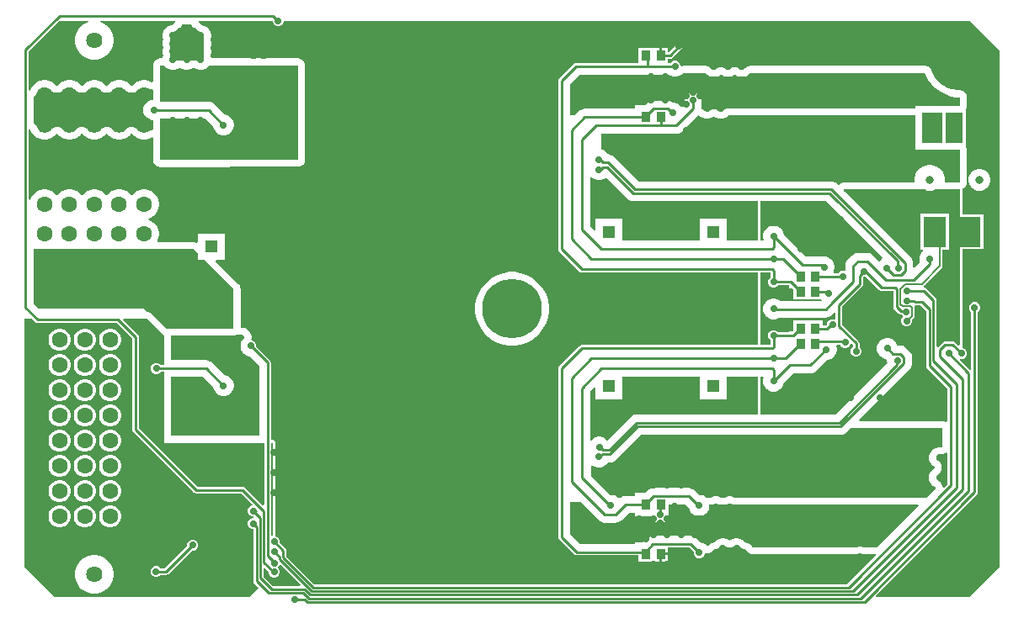
<source format=gbl>
G04*
G04 #@! TF.GenerationSoftware,Altium Limited,Altium Designer,22.9.1 (49)*
G04*
G04 Layer_Physical_Order=2*
G04 Layer_Color=16711680*
%FSLAX25Y25*%
%MOIN*%
G70*
G04*
G04 #@! TF.SameCoordinates,31D07EA8-2EF4-44A7-A807-3D2BB65C9B75*
G04*
G04*
G04 #@! TF.FilePolarity,Positive*
G04*
G01*
G75*
%ADD10C,0.00787*%
%ADD41R,0.03347X0.03937*%
%ADD80C,0.03150*%
%ADD84C,0.01000*%
%ADD85C,0.06319*%
%ADD86C,0.06398*%
%ADD87C,0.05020*%
%ADD88R,0.05020X0.05020*%
%ADD89C,0.02756*%
%ADD90C,0.23622*%
%ADD91R,0.08819X0.11890*%
%ADD92R,0.06693X0.11890*%
%ADD93R,0.07913X0.11890*%
G36*
X389764Y220472D02*
Y15748D01*
X377953Y3937D01*
X340895D01*
X340704Y4399D01*
X380849Y44544D01*
X381134Y44970D01*
X381234Y45472D01*
Y116754D01*
X381757Y117277D01*
X382087Y118073D01*
Y118935D01*
X381757Y119730D01*
X381148Y120340D01*
X380352Y120669D01*
X379490D01*
X378695Y120340D01*
X378086Y119730D01*
X377756Y118935D01*
Y118073D01*
X378086Y117277D01*
X378609Y116754D01*
Y94033D01*
X378109Y93826D01*
X374160Y97775D01*
X374321Y98119D01*
X374414Y98228D01*
X375234D01*
X376030Y98558D01*
X376639Y99167D01*
X376969Y99963D01*
Y100824D01*
X376639Y101620D01*
X376030Y102229D01*
X375262Y102547D01*
X375219Y102582D01*
X375094Y102780D01*
X375014Y103059D01*
X375128Y103230D01*
X375220Y103691D01*
Y141732D01*
X383465D01*
Y155512D01*
X375220D01*
Y165354D01*
X375170Y165607D01*
X375182Y165611D01*
X375289Y165678D01*
X375406Y165727D01*
X375594Y165872D01*
X375795Y165999D01*
X375795Y165999D01*
X375881Y166092D01*
X375981Y166168D01*
X376126Y166357D01*
X376287Y166532D01*
X376346Y166644D01*
X376423Y166744D01*
X376514Y166964D01*
X376625Y167174D01*
X376652Y167298D01*
X376701Y167415D01*
X376732Y167650D01*
X376784Y167882D01*
X376779Y168009D01*
X376795Y168134D01*
Y181240D01*
X376701Y181960D01*
X376551Y182321D01*
X376535Y182815D01*
X376535Y182815D01*
X376535Y182815D01*
Y197067D01*
X376535Y197067D01*
X376535D01*
X376551Y197561D01*
X376701Y197922D01*
X376795Y198642D01*
Y201969D01*
X376701Y202688D01*
X376423Y203358D01*
X375981Y203934D01*
X375406Y204376D01*
X374735Y204654D01*
X374016Y204748D01*
X373088D01*
X371255Y205038D01*
X369491Y205612D01*
X367838Y206454D01*
X366337Y207545D01*
X365025Y208857D01*
X363934Y210357D01*
X363092Y212011D01*
X362936Y212492D01*
X362811Y212754D01*
X362699Y213023D01*
X362655Y213081D01*
X362623Y213147D01*
X362435Y213368D01*
X362258Y213599D01*
X362199Y213643D01*
X362152Y213699D01*
X361912Y213863D01*
X361682Y214040D01*
X361614Y214068D01*
X361554Y214110D01*
X361280Y214207D01*
X361012Y214318D01*
X360939Y214328D01*
X360870Y214352D01*
X360580Y214375D01*
X360292Y214413D01*
X291101Y214413D01*
X291101Y214413D01*
X290382Y214318D01*
X289711Y214040D01*
X289136Y213599D01*
X289136Y213598D01*
X288627Y213090D01*
X288318Y212911D01*
X287974Y212819D01*
X287617D01*
X287273Y212911D01*
X286913Y213119D01*
X286429Y213490D01*
X285759Y213768D01*
X285039Y213863D01*
X284320Y213768D01*
X283649Y213490D01*
X283165Y213119D01*
X282806Y212911D01*
X282462Y212819D01*
X282105D01*
X281761Y212911D01*
X281402Y213119D01*
X280917Y213490D01*
X280247Y213768D01*
X279528Y213863D01*
X278808Y213768D01*
X278138Y213490D01*
X277654Y213119D01*
X277294Y212911D01*
X276950Y212819D01*
X276593D01*
X276249Y212911D01*
X275940Y213090D01*
X275450Y213580D01*
X274874Y214021D01*
X274204Y214299D01*
X274178Y214302D01*
X274121Y214318D01*
X274120Y214318D01*
X274120Y214318D01*
X273401Y214413D01*
X273401Y214413D01*
X273401Y214413D01*
X264667D01*
X264667Y214413D01*
X264062Y214333D01*
X263562Y214629D01*
Y214640D01*
X263232Y215436D01*
X262623Y216045D01*
X261827Y216374D01*
X260966D01*
X260170Y216045D01*
X259647Y215522D01*
X258876D01*
X258382Y215535D01*
X258382Y216022D01*
Y217191D01*
X259449D01*
X259951Y217291D01*
X260377Y217576D01*
X263920Y221119D01*
X264205Y221545D01*
X264305Y222047D01*
X264205Y222550D01*
X263920Y222975D01*
X263494Y223260D01*
X262992Y223360D01*
X262490Y223260D01*
X262064Y222975D01*
X258905Y219817D01*
X258382D01*
Y221472D01*
X256209D01*
Y218504D01*
X255209D01*
Y221472D01*
X253082Y221472D01*
X252658Y221654D01*
X252610Y221654D01*
X246949D01*
Y215522D01*
X222083D01*
X221581Y215422D01*
X221155Y215137D01*
X215607Y209590D01*
X215323Y209164D01*
X215223Y208661D01*
Y141732D01*
X215323Y141230D01*
X215607Y140804D01*
X223481Y132930D01*
X223907Y132646D01*
X224409Y132546D01*
X294071D01*
Y103675D01*
X224410D01*
X223907Y103575D01*
X223481Y103290D01*
X215607Y95416D01*
X215323Y94990D01*
X215223Y94488D01*
Y27559D01*
X215323Y27057D01*
X215607Y26631D01*
X221513Y20725D01*
X221939Y20441D01*
X222441Y20341D01*
X246949D01*
Y17717D01*
X252658D01*
Y17717D01*
X253035Y17898D01*
X255209D01*
Y20866D01*
X255709D01*
Y21366D01*
X258382D01*
Y23491D01*
X266961D01*
X268722Y21730D01*
Y20990D01*
X269051Y20194D01*
X269660Y19585D01*
X270456Y19256D01*
X271318D01*
X272114Y19585D01*
X272723Y20194D01*
X273052Y20990D01*
X273074Y21023D01*
X273162Y21100D01*
X273552Y21323D01*
X273668Y21304D01*
X273893Y21245D01*
X274025Y21246D01*
X274155Y21224D01*
X274386Y21247D01*
X274619Y21249D01*
X274746Y21283D01*
X274877Y21297D01*
X275095Y21379D01*
X275318Y21440D01*
X275432Y21507D01*
X275556Y21554D01*
X275745Y21689D01*
X275945Y21806D01*
X276038Y21900D01*
X276145Y21977D01*
X276440Y22255D01*
X276467Y22288D01*
X276501Y22314D01*
X276728Y22540D01*
X277036Y22719D01*
X277722Y22902D01*
X277747Y22906D01*
X278418Y23183D01*
X278993Y23625D01*
X279484Y24115D01*
X279792Y24293D01*
X280137Y24386D01*
X280493D01*
X280838Y24293D01*
X281281Y24037D01*
X281612Y23783D01*
X281612Y23783D01*
X282283Y23506D01*
X283002Y23411D01*
X283002D01*
X283721Y23506D01*
X284134Y23676D01*
X284392Y23783D01*
X284392Y23783D01*
X284859Y24141D01*
X285227Y24354D01*
X285572Y24447D01*
X285929D01*
X286273Y24354D01*
X286582Y24176D01*
X287060Y23698D01*
X287116Y23625D01*
X287116Y23625D01*
X287116Y23625D01*
X287468Y23355D01*
X287691Y23183D01*
X287691Y23183D01*
X287691Y23183D01*
X287973Y23066D01*
X288362Y22906D01*
X288362Y22906D01*
X288452Y22894D01*
X289105Y22719D01*
X289414Y22540D01*
X289666Y22288D01*
X289699Y22232D01*
X290140Y21656D01*
X290716Y21215D01*
X291386Y20937D01*
X292106Y20842D01*
X333367D01*
X334086Y20937D01*
X334467Y21039D01*
X334824D01*
X335205Y20937D01*
X335925Y20842D01*
X340720D01*
X340927Y20342D01*
X329476Y8891D01*
X118654D01*
X107612Y19933D01*
Y22286D01*
X107512Y22789D01*
X107227Y23215D01*
X104937Y25505D01*
Y26245D01*
X104607Y27041D01*
X103998Y27650D01*
X103285Y27945D01*
X103296Y28056D01*
X103330Y28229D01*
Y64922D01*
X103239Y65383D01*
X102978Y65774D01*
X102587Y66035D01*
X102126Y66126D01*
X101383D01*
Y96780D01*
X101284Y97282D01*
X100999Y97708D01*
X95669Y103037D01*
Y103777D01*
X95340Y104573D01*
X94731Y105182D01*
X93935Y105512D01*
X93747Y105791D01*
X93661Y106012D01*
X93674Y106115D01*
X93722Y106291D01*
X93756Y106552D01*
Y106734D01*
X93780Y106915D01*
X93756Y107095D01*
Y107278D01*
X93709Y107454D01*
X93685Y107634D01*
X93615Y107802D01*
X93568Y107978D01*
X93477Y108136D01*
X93407Y108305D01*
X93296Y108449D01*
X93205Y108607D01*
X93076Y108736D01*
X92966Y108880D01*
X92802Y109044D01*
X92732Y109165D01*
X92290Y109741D01*
X91714Y110183D01*
X91044Y110461D01*
X90325Y110555D01*
X89394D01*
Y125984D01*
X89299Y126704D01*
X89021Y127374D01*
X88580Y127950D01*
X79541Y136989D01*
X79732Y137451D01*
X83022D01*
Y147982D01*
X72490D01*
Y144559D01*
X71990Y144250D01*
X71586Y144417D01*
X70866Y144512D01*
X56654D01*
X56455Y145012D01*
X56869Y146011D01*
X57096Y147154D01*
Y148319D01*
X56869Y149462D01*
X56423Y150538D01*
X55776Y151507D01*
X54952Y152331D01*
X53983Y152978D01*
X53018Y153378D01*
X52972Y153578D01*
Y153706D01*
X53018Y153905D01*
X53983Y154305D01*
X54952Y154953D01*
X55776Y155776D01*
X56423Y156745D01*
X56869Y157822D01*
X57096Y158965D01*
Y160130D01*
X56869Y161273D01*
X56423Y162349D01*
X55776Y163318D01*
X54952Y164142D01*
X53983Y164789D01*
X52907Y165235D01*
X51764Y165463D01*
X50599D01*
X49456Y165235D01*
X48379Y164789D01*
X47410Y164142D01*
X46586Y163318D01*
X46510Y163204D01*
X46010D01*
X45933Y163318D01*
X45109Y164142D01*
X44141Y164789D01*
X43064Y165235D01*
X41921Y165463D01*
X40756D01*
X39613Y165235D01*
X38537Y164789D01*
X37568Y164142D01*
X36744Y163318D01*
X36667Y163204D01*
X36167D01*
X36091Y163318D01*
X35267Y164142D01*
X34298Y164789D01*
X33222Y165235D01*
X32079Y165463D01*
X30913D01*
X29771Y165235D01*
X28694Y164789D01*
X27725Y164142D01*
X26901Y163318D01*
X26825Y163204D01*
X26325D01*
X26248Y163318D01*
X25424Y164142D01*
X24455Y164789D01*
X23379Y165235D01*
X22236Y165463D01*
X21071D01*
X19928Y165235D01*
X18852Y164789D01*
X17883Y164142D01*
X17059Y163318D01*
X16982Y163204D01*
X16482D01*
X16406Y163318D01*
X15582Y164142D01*
X14613Y164789D01*
X13536Y165235D01*
X12394Y165463D01*
X11228D01*
X10086Y165235D01*
X9009Y164789D01*
X8040Y164142D01*
X7216Y163318D01*
X6569Y162349D01*
X6123Y161273D01*
X5643Y161386D01*
Y189204D01*
X6123Y189318D01*
X6569Y188241D01*
X7216Y187273D01*
X8040Y186449D01*
X9009Y185801D01*
X10086Y185355D01*
X11228Y185128D01*
X12394D01*
X13536Y185355D01*
X14613Y185801D01*
X15582Y186449D01*
X16406Y187273D01*
X16482Y187387D01*
X16982D01*
X17059Y187273D01*
X17883Y186449D01*
X18852Y185801D01*
X19928Y185355D01*
X21071Y185128D01*
X22236D01*
X23379Y185355D01*
X24455Y185801D01*
X25424Y186449D01*
X26248Y187273D01*
X26325Y187387D01*
X26825D01*
X26901Y187273D01*
X27725Y186449D01*
X28694Y185801D01*
X29771Y185355D01*
X30913Y185128D01*
X32079D01*
X33222Y185355D01*
X34298Y185801D01*
X35267Y186449D01*
X36091Y187273D01*
X36167Y187387D01*
X36667D01*
X36744Y187273D01*
X37568Y186449D01*
X38537Y185801D01*
X39613Y185355D01*
X40756Y185128D01*
X41921D01*
X43064Y185355D01*
X44141Y185801D01*
X45109Y186449D01*
X45933Y187273D01*
X46010Y187387D01*
X46510D01*
X46586Y187273D01*
X47410Y186449D01*
X48379Y185801D01*
X49456Y185355D01*
X50599Y185128D01*
X51764D01*
X52907Y185355D01*
X53983Y185801D01*
X54299Y186012D01*
X54740Y185777D01*
Y177379D01*
X54740Y177375D01*
X54740Y177372D01*
X54788Y177015D01*
X54835Y176659D01*
X54836Y176656D01*
X54836Y176653D01*
X54975Y176320D01*
X55112Y175989D01*
X55115Y175986D01*
X55116Y175983D01*
X55335Y175698D01*
X55554Y175413D01*
X55557Y175411D01*
X55559Y175409D01*
X55913Y175056D01*
X55916Y175054D01*
X55918Y175051D01*
X56206Y174833D01*
X56490Y174616D01*
X56493Y174614D01*
X56496Y174612D01*
X56827Y174477D01*
X57161Y174339D01*
X57165Y174339D01*
X57168Y174338D01*
X57521Y174293D01*
X57881Y174247D01*
X57884Y174247D01*
X57888Y174247D01*
X112218Y174510D01*
X112571Y174558D01*
X112924Y174604D01*
X112930Y174607D01*
X112937Y174608D01*
X113265Y174745D01*
X113595Y174882D01*
X113600Y174886D01*
X113606Y174889D01*
X113888Y175107D01*
X114170Y175324D01*
X114174Y175329D01*
X114180Y175333D01*
X114396Y175618D01*
X114612Y175899D01*
X114615Y175906D01*
X114619Y175911D01*
X114753Y176241D01*
X114890Y176570D01*
X114891Y176577D01*
X114893Y176583D01*
X114938Y176936D01*
X114984Y177289D01*
X114984Y214567D01*
X114890Y215286D01*
X114612Y215957D01*
X114170Y216532D01*
X113595Y216974D01*
X112924Y217252D01*
X112205Y217347D01*
X99704D01*
X98985Y217252D01*
X98603Y217150D01*
X98247D01*
X97866Y217252D01*
X97146Y217347D01*
X95767D01*
X95048Y217252D01*
X94666Y217150D01*
X94310D01*
X93929Y217252D01*
X93209Y217347D01*
X77756D01*
Y217473D01*
X77480Y218504D01*
X77756Y219534D01*
Y220623D01*
X77480Y221654D01*
X77756Y222684D01*
Y223773D01*
X77480Y224803D01*
X77756Y225834D01*
Y226922D01*
X77474Y227974D01*
X76930Y228916D01*
X76160Y229686D01*
X75218Y230230D01*
X74166Y230512D01*
X74153D01*
X73404Y231261D01*
X72499Y231784D01*
X72487Y231829D01*
X72737Y232283D01*
X102165D01*
Y231853D01*
X102495Y231057D01*
X103104Y230448D01*
X103900Y230118D01*
X104761D01*
X105557Y230448D01*
X106166Y231057D01*
X106496Y231853D01*
Y232283D01*
X377953D01*
X389764Y220472D01*
D02*
G37*
G36*
X63734Y231829D02*
X63722Y231784D01*
X62816Y231261D01*
X62067Y230512D01*
X62054D01*
X61003Y230230D01*
X60060Y229686D01*
X59290Y228916D01*
X58746Y227974D01*
X58465Y226922D01*
Y225834D01*
X58741Y224803D01*
X58465Y223773D01*
Y222684D01*
X58741Y221654D01*
X58465Y220623D01*
Y219534D01*
X58741Y218504D01*
X58465Y217473D01*
Y217347D01*
X57520D01*
X56800Y217252D01*
X56130Y216974D01*
X55554Y216532D01*
X55112Y215957D01*
X54835Y215286D01*
X54740Y214567D01*
Y208121D01*
X54299Y207885D01*
X53983Y208097D01*
X52907Y208542D01*
X51764Y208770D01*
X50599D01*
X49456Y208542D01*
X48379Y208097D01*
X47410Y207449D01*
X46586Y206625D01*
X46510Y206511D01*
X46010D01*
X45933Y206625D01*
X45109Y207449D01*
X44141Y208097D01*
X43064Y208542D01*
X41921Y208770D01*
X40756D01*
X39613Y208542D01*
X38537Y208097D01*
X37568Y207449D01*
X36744Y206625D01*
X36667Y206511D01*
X36167D01*
X36091Y206625D01*
X35267Y207449D01*
X34298Y208097D01*
X33222Y208542D01*
X32079Y208770D01*
X30913D01*
X29771Y208542D01*
X28694Y208097D01*
X27725Y207449D01*
X26901Y206625D01*
X26825Y206511D01*
X26325D01*
X26248Y206625D01*
X25424Y207449D01*
X24455Y208097D01*
X23379Y208542D01*
X22236Y208770D01*
X21071D01*
X19928Y208542D01*
X18852Y208097D01*
X17883Y207449D01*
X17059Y206625D01*
X16982Y206511D01*
X16482D01*
X16406Y206625D01*
X15582Y207449D01*
X14613Y208097D01*
X13536Y208542D01*
X12394Y208770D01*
X11228D01*
X10086Y208542D01*
X9009Y208097D01*
X8040Y207449D01*
X7216Y206625D01*
X6569Y205656D01*
X6123Y204580D01*
X5643Y204693D01*
Y220322D01*
X17604Y232283D01*
X29184D01*
X29285Y231795D01*
X27906Y231224D01*
X26665Y230395D01*
X25609Y229339D01*
X24780Y228098D01*
X24209Y226718D01*
X23917Y225254D01*
Y223761D01*
X24209Y222297D01*
X24780Y220918D01*
X25609Y219677D01*
X26665Y218621D01*
X27906Y217792D01*
X29285Y217220D01*
X30750Y216929D01*
X32243D01*
X33707Y217220D01*
X35086Y217792D01*
X36327Y218621D01*
X37383Y219677D01*
X38212Y220918D01*
X38784Y222297D01*
X39075Y223761D01*
Y225254D01*
X38784Y226718D01*
X38212Y228098D01*
X37383Y229339D01*
X36327Y230395D01*
X35086Y231224D01*
X33707Y231795D01*
X33808Y232283D01*
X63483D01*
X63734Y231829D01*
D02*
G37*
G36*
X69953Y230728D02*
X70090Y230397D01*
X70091Y230395D01*
X70092Y230394D01*
X70311Y230108D01*
X70531Y229820D01*
X70532Y229819D01*
X70533Y229818D01*
X70818Y229599D01*
X71106Y229378D01*
X71108Y229377D01*
X71109Y229376D01*
X71698Y229036D01*
X72188Y228546D01*
X72763Y228104D01*
X73434Y227827D01*
X73460Y227823D01*
X74145Y227640D01*
X74454Y227462D01*
X74706Y227209D01*
X74884Y226901D01*
X74976Y226556D01*
Y226200D01*
X74795Y225523D01*
X74700Y224803D01*
X74795Y224084D01*
X74976Y223407D01*
Y223050D01*
X74795Y222373D01*
X74700Y221654D01*
X74795Y220934D01*
X74976Y220257D01*
Y219900D01*
X74795Y219223D01*
X74700Y218504D01*
X74795Y217785D01*
X75010Y216983D01*
X74882Y216729D01*
X74627Y216488D01*
X74609Y216483D01*
X71684D01*
X71586Y216524D01*
X70866Y216619D01*
X70147Y216524D01*
X70048Y216483D01*
X66173D01*
X66074Y216524D01*
X65354Y216619D01*
X64635Y216524D01*
X64536Y216483D01*
X61611D01*
X61594Y216488D01*
X61339Y216729D01*
X61211Y216983D01*
X61426Y217785D01*
X61520Y218504D01*
X61426Y219223D01*
X61244Y219900D01*
Y220257D01*
X61426Y220934D01*
X61520Y221654D01*
X61426Y222373D01*
X61244Y223050D01*
Y223407D01*
X61426Y224084D01*
X61520Y224803D01*
X61426Y225523D01*
X61244Y226200D01*
Y226556D01*
X61337Y226901D01*
X61515Y227209D01*
X61767Y227462D01*
X62076Y227640D01*
X62761Y227823D01*
X62787Y227827D01*
X63457Y228104D01*
X64033Y228546D01*
X64033Y228546D01*
X64523Y229036D01*
X65112Y229376D01*
X65113Y229377D01*
X65114Y229378D01*
X65402Y229599D01*
X65687Y229818D01*
X65688Y229819D01*
X65690Y229820D01*
X65908Y230105D01*
X66129Y230394D01*
X66130Y230395D01*
X66131Y230397D01*
X66265Y230723D01*
X66367Y230968D01*
X69854D01*
X69953Y230728D01*
D02*
G37*
G36*
X112205Y177289D02*
X57874Y177026D01*
X57520Y177379D01*
Y193464D01*
X57656Y193543D01*
X57680Y193566D01*
X75411D01*
X78543Y190434D01*
Y190401D01*
X78825Y189349D01*
X79369Y188407D01*
X80139Y187637D01*
X81082Y187093D01*
X82133Y186811D01*
X83221D01*
X84273Y187093D01*
X85215Y187637D01*
X85985Y188407D01*
X86529Y189349D01*
X86811Y190401D01*
Y191489D01*
X86529Y192541D01*
X85985Y193483D01*
X85215Y194253D01*
X84273Y194797D01*
X83221Y195079D01*
X83188D01*
X79094Y199172D01*
X78414Y199694D01*
X77622Y200023D01*
X76772Y200134D01*
X76772Y200134D01*
X57680D01*
X57656Y200158D01*
X57520Y200237D01*
Y214567D01*
X59189D01*
X59290Y214391D01*
X60060Y213621D01*
X61003Y213077D01*
X62054Y212795D01*
X63143D01*
X64194Y213077D01*
X65137Y213621D01*
X65354Y213839D01*
X65572Y213621D01*
X66515Y213077D01*
X67566Y212795D01*
X68655D01*
X69706Y213077D01*
X70648Y213621D01*
X70866Y213839D01*
X71084Y213621D01*
X72026Y213077D01*
X73078Y212795D01*
X74166D01*
X75218Y213077D01*
X76160Y213621D01*
X76930Y214391D01*
X77032Y214567D01*
X93209D01*
X93944Y214370D01*
X95032D01*
X95767Y214567D01*
X97146D01*
X97881Y214370D01*
X98969D01*
X99704Y214567D01*
X112205D01*
X112205Y177289D01*
D02*
G37*
G36*
X273401Y211633D02*
X273471Y211614D01*
X273485D01*
X274233Y210865D01*
X275176Y210321D01*
X276227Y210039D01*
X277316D01*
X278367Y210321D01*
X279310Y210865D01*
X279528Y211083D01*
X279745Y210865D01*
X280688Y210321D01*
X281739Y210039D01*
X282828D01*
X283879Y210321D01*
X284822Y210865D01*
X285039Y211083D01*
X285257Y210865D01*
X286200Y210321D01*
X287251Y210039D01*
X288339D01*
X289391Y210321D01*
X290334Y210865D01*
X291101Y211633D01*
X360292Y211633D01*
X360516Y210944D01*
X361557Y208901D01*
X362905Y207046D01*
X364526Y205424D01*
X366381Y204077D01*
X368424Y203036D01*
X370605Y202327D01*
X372869Y201969D01*
X374016D01*
Y198642D01*
X356575D01*
Y197662D01*
X282618D01*
X281898Y197567D01*
X281228Y197289D01*
X280652Y196847D01*
X280359Y196554D01*
X280050Y196376D01*
X279706Y196284D01*
X279349D01*
X279005Y196376D01*
X278646Y196583D01*
X278162Y196955D01*
X277491Y197232D01*
X276772Y197327D01*
X276052Y197232D01*
X275382Y196955D01*
X274898Y196583D01*
X274538Y196376D01*
X274194Y196284D01*
X273837D01*
X273493Y196376D01*
X273184Y196554D01*
X272891Y196847D01*
X272315Y197289D01*
X271772Y197514D01*
X271788Y197638D01*
X271788Y197638D01*
Y200787D01*
X271676Y201637D01*
X271348Y202429D01*
X270826Y203110D01*
X270146Y203631D01*
X269354Y203959D01*
X268504Y204071D01*
X267654Y203959D01*
X266862Y203631D01*
X266182Y203110D01*
X265660Y202429D01*
X265332Y201637D01*
X265220Y200787D01*
Y198998D01*
X264372Y198150D01*
X263938Y198207D01*
X263168Y198977D01*
X262226Y199521D01*
X261174Y199803D01*
X260626D01*
X260116Y200194D01*
X259324Y200522D01*
X258474Y200634D01*
X258474Y200634D01*
X252764D01*
X251914Y200522D01*
X251122Y200194D01*
X250442Y199673D01*
X250442Y199672D01*
X249588Y198819D01*
X245374D01*
Y197379D01*
X225591D01*
X225590Y197379D01*
X224741Y197267D01*
X223949Y196939D01*
X223268Y196417D01*
X221734Y194882D01*
X219819D01*
Y207301D01*
X223443Y210925D01*
X258834D01*
X258858Y210901D01*
X259801Y210357D01*
X260852Y210075D01*
X261941D01*
X262992Y210357D01*
X263935Y210901D01*
X264667Y211633D01*
X273401D01*
D02*
G37*
G36*
X52096Y205870D02*
X52666Y205633D01*
X52755Y205574D01*
X52796Y205554D01*
X52831Y205525D01*
X53121Y205394D01*
X53405Y205253D01*
X53450Y205244D01*
X53492Y205225D01*
X53806Y205173D01*
X54117Y205112D01*
X54163Y205115D01*
X54208Y205107D01*
X54240Y205110D01*
X54740Y204730D01*
Y200984D01*
X54574D01*
X53522Y200703D01*
X52580Y200158D01*
X51810Y199389D01*
X51266Y198446D01*
X50984Y197395D01*
Y196306D01*
X51266Y195255D01*
X51810Y194312D01*
X52580Y193543D01*
X53522Y192998D01*
X54574Y192717D01*
X54740D01*
Y189168D01*
X54240Y188787D01*
X54208Y188791D01*
X54163Y188783D01*
X54117Y188786D01*
X53806Y188724D01*
X53492Y188672D01*
X53450Y188653D01*
X53405Y188645D01*
X53121Y188504D01*
X52831Y188373D01*
X52796Y188344D01*
X52755Y188323D01*
X52666Y188265D01*
X52096Y188028D01*
X51490Y187908D01*
X50872D01*
X50266Y188028D01*
X49696Y188265D01*
X49182Y188608D01*
X48601Y189189D01*
X48475Y189353D01*
X48403Y189408D01*
X48343Y189477D01*
X48116Y189628D01*
X47900Y189794D01*
X47815Y189829D01*
X47739Y189880D01*
X47481Y189968D01*
X47229Y190072D01*
X47139Y190084D01*
X47052Y190113D01*
X46780Y190131D01*
X46510Y190167D01*
X46010D01*
X45740Y190131D01*
X45467Y190113D01*
X45381Y190084D01*
X45290Y190072D01*
X45039Y189968D01*
X44780Y189880D01*
X44704Y189829D01*
X44620Y189794D01*
X44404Y189628D01*
X44177Y189477D01*
X44117Y189408D01*
X44044Y189353D01*
X43919Y189189D01*
X43337Y188608D01*
X42824Y188265D01*
X42253Y188028D01*
X41647Y187908D01*
X41030D01*
X40424Y188028D01*
X39853Y188265D01*
X39340Y188608D01*
X38758Y189189D01*
X38633Y189353D01*
X38560Y189408D01*
X38500Y189477D01*
X38274Y189628D01*
X38057Y189794D01*
X37973Y189829D01*
X37897Y189880D01*
X37639Y189968D01*
X37387Y190072D01*
X37296Y190084D01*
X37210Y190113D01*
X36937Y190131D01*
X36667Y190167D01*
X36167D01*
X35897Y190131D01*
X35625Y190113D01*
X35538Y190084D01*
X35448Y190072D01*
X35196Y189968D01*
X34938Y189880D01*
X34862Y189829D01*
X34778Y189794D01*
X34561Y189628D01*
X34335Y189477D01*
X34274Y189408D01*
X34202Y189353D01*
X34076Y189189D01*
X33495Y188608D01*
X32981Y188265D01*
X32411Y188028D01*
X31805Y187908D01*
X31187D01*
X30581Y188028D01*
X30011Y188265D01*
X29497Y188608D01*
X28916Y189189D01*
X28790Y189353D01*
X28718Y189408D01*
X28658Y189477D01*
X28431Y189628D01*
X28215Y189794D01*
X28130Y189829D01*
X28054Y189880D01*
X27796Y189968D01*
X27544Y190072D01*
X27454Y190084D01*
X27367Y190113D01*
X27095Y190131D01*
X26825Y190167D01*
X26325D01*
X26055Y190131D01*
X25782Y190113D01*
X25696Y190084D01*
X25605Y190072D01*
X25354Y189968D01*
X25095Y189880D01*
X25019Y189829D01*
X24935Y189794D01*
X24719Y189628D01*
X24492Y189477D01*
X24432Y189408D01*
X24359Y189353D01*
X24234Y189189D01*
X23652Y188608D01*
X23139Y188265D01*
X22568Y188028D01*
X21962Y187908D01*
X21345D01*
X20739Y188028D01*
X20168Y188265D01*
X19655Y188608D01*
X19073Y189189D01*
X18948Y189353D01*
X18875Y189408D01*
X18815Y189477D01*
X18588Y189628D01*
X18372Y189794D01*
X18288Y189829D01*
X18212Y189880D01*
X17954Y189968D01*
X17702Y190072D01*
X17611Y190084D01*
X17525Y190113D01*
X17253Y190131D01*
X16982Y190167D01*
X16482D01*
X16212Y190131D01*
X15940Y190113D01*
X15853Y190084D01*
X15763Y190072D01*
X15511Y189968D01*
X15253Y189880D01*
X15177Y189829D01*
X15092Y189794D01*
X14876Y189628D01*
X14649Y189477D01*
X14589Y189408D01*
X14517Y189353D01*
X14391Y189189D01*
X13810Y188608D01*
X13296Y188265D01*
X12726Y188028D01*
X12120Y187908D01*
X11502D01*
X10896Y188028D01*
X10326Y188265D01*
X9812Y188608D01*
X9375Y189044D01*
X9032Y189558D01*
X8691Y190382D01*
X8620Y190504D01*
X8570Y190637D01*
X8439Y190817D01*
X8328Y191010D01*
X8228Y191110D01*
X8145Y191225D01*
X7972Y191366D01*
X7815Y191523D01*
X7692Y191594D01*
X7615Y191657D01*
Y202240D01*
X7693Y202304D01*
X7815Y202375D01*
X7972Y202532D01*
X8145Y202673D01*
X8228Y202787D01*
X8328Y202888D01*
X8439Y203080D01*
X8570Y203261D01*
X8620Y203393D01*
X8691Y203516D01*
X9032Y204340D01*
X9375Y204853D01*
X9812Y205290D01*
X10326Y205633D01*
X10896Y205870D01*
X11502Y205990D01*
X12120D01*
X12726Y205870D01*
X13296Y205633D01*
X13810Y205290D01*
X14391Y204708D01*
X14517Y204545D01*
X14589Y204489D01*
X14649Y204421D01*
X14876Y204269D01*
X15092Y204103D01*
X15177Y204068D01*
X15253Y204018D01*
X15511Y203930D01*
X15763Y203826D01*
X15853Y203814D01*
X15940Y203784D01*
X16212Y203767D01*
X16482Y203731D01*
X16982D01*
X17252Y203766D01*
X17525Y203784D01*
X17611Y203814D01*
X17702Y203826D01*
X17954Y203930D01*
X18212Y204018D01*
X18288Y204068D01*
X18372Y204103D01*
X18588Y204269D01*
X18815Y204421D01*
X18875Y204489D01*
X18948Y204545D01*
X19073Y204708D01*
X19655Y205290D01*
X20168Y205633D01*
X20739Y205870D01*
X21345Y205990D01*
X21962D01*
X22568Y205870D01*
X23139Y205633D01*
X23652Y205290D01*
X24234Y204708D01*
X24359Y204545D01*
X24432Y204489D01*
X24492Y204421D01*
X24719Y204269D01*
X24935Y204103D01*
X25019Y204068D01*
X25095Y204018D01*
X25354Y203930D01*
X25605Y203826D01*
X25696Y203814D01*
X25782Y203784D01*
X26054Y203767D01*
X26325Y203731D01*
X26825D01*
X27095Y203766D01*
X27367Y203784D01*
X27454Y203814D01*
X27544Y203826D01*
X27796Y203930D01*
X28054Y204018D01*
X28130Y204068D01*
X28215Y204103D01*
X28431Y204269D01*
X28658Y204421D01*
X28718Y204489D01*
X28790Y204545D01*
X28916Y204708D01*
X29497Y205290D01*
X30011Y205633D01*
X30581Y205870D01*
X31187Y205990D01*
X31805D01*
X32411Y205870D01*
X32981Y205633D01*
X33495Y205290D01*
X34076Y204708D01*
X34202Y204545D01*
X34274Y204489D01*
X34335Y204421D01*
X34561Y204269D01*
X34778Y204103D01*
X34862Y204068D01*
X34938Y204018D01*
X35196Y203930D01*
X35448Y203826D01*
X35539Y203814D01*
X35625Y203784D01*
X35897Y203767D01*
X36167Y203731D01*
X36667D01*
X36937Y203766D01*
X37210Y203784D01*
X37296Y203814D01*
X37387Y203826D01*
X37639Y203930D01*
X37897Y204018D01*
X37973Y204068D01*
X38057Y204103D01*
X38273Y204269D01*
X38500Y204421D01*
X38560Y204489D01*
X38633Y204545D01*
X38758Y204708D01*
X39340Y205290D01*
X39853Y205633D01*
X40424Y205870D01*
X41030Y205990D01*
X41647D01*
X42253Y205870D01*
X42824Y205633D01*
X43337Y205290D01*
X43919Y204708D01*
X44044Y204545D01*
X44117Y204489D01*
X44177Y204421D01*
X44404Y204269D01*
X44620Y204103D01*
X44704Y204068D01*
X44780Y204018D01*
X45039Y203930D01*
X45290Y203826D01*
X45381Y203814D01*
X45467Y203784D01*
X45740Y203767D01*
X46010Y203731D01*
X46510D01*
X46780Y203766D01*
X47052Y203784D01*
X47139Y203814D01*
X47229Y203826D01*
X47481Y203930D01*
X47739Y204018D01*
X47815Y204068D01*
X47900Y204103D01*
X48116Y204269D01*
X48343Y204421D01*
X48403Y204489D01*
X48475Y204545D01*
X48601Y204708D01*
X49182Y205290D01*
X49696Y205633D01*
X50266Y205870D01*
X50872Y205990D01*
X51490D01*
X52096Y205870D01*
D02*
G37*
G36*
X356575Y181240D02*
X374016D01*
Y168134D01*
X374016Y168134D01*
X368390D01*
X368073Y168520D01*
X368111Y168710D01*
Y169873D01*
X367884Y171014D01*
X367439Y172089D01*
X366792Y173056D01*
X365969Y173879D01*
X365002Y174525D01*
X363927Y174970D01*
X362786Y175197D01*
X361623D01*
X360482Y174970D01*
X359407Y174525D01*
X358440Y173879D01*
X357617Y173056D01*
X356971Y172089D01*
X356526Y171014D01*
X356299Y169873D01*
Y168710D01*
X356336Y168520D01*
X356019Y168134D01*
X328343D01*
X328162Y168110D01*
X327980D01*
X327804Y168063D01*
X327623Y168039D01*
X327455Y167970D01*
X327279Y167922D01*
X327121Y167831D01*
X326953Y167762D01*
X326808Y167651D01*
X326651Y167560D01*
X326522Y167431D01*
X326381Y167323D01*
X325721D01*
X325367Y167676D01*
X324687Y168198D01*
X323895Y168526D01*
X323045Y168638D01*
X323045Y168638D01*
X246847D01*
X237070Y178415D01*
X236390Y178937D01*
X235598Y179265D01*
X234800Y179370D01*
X234607Y179704D01*
X233838Y180473D01*
X232895Y181017D01*
X232283Y181181D01*
Y187555D01*
X255807D01*
X255807Y187555D01*
X255807Y187555D01*
X261705D01*
X261705Y187555D01*
X262555Y187666D01*
X263347Y187995D01*
X264027Y188516D01*
X270392Y194882D01*
X270925D01*
X271478Y194330D01*
X272420Y193786D01*
X273471Y193504D01*
X274560D01*
X275611Y193786D01*
X276554Y194330D01*
X276772Y194548D01*
X276989Y194330D01*
X277932Y193786D01*
X278983Y193504D01*
X280072D01*
X281123Y193786D01*
X282066Y194330D01*
X282618Y194882D01*
X356575D01*
Y181240D01*
D02*
G37*
G36*
X374016Y103691D02*
X373554Y103499D01*
X372152Y104901D01*
X371727Y105185D01*
X371224Y105285D01*
X368311D01*
X367809Y105185D01*
X367383Y104901D01*
X365395Y102913D01*
X364895Y103120D01*
Y121457D01*
X364795Y121959D01*
X364511Y122385D01*
X360771Y126125D01*
X360345Y126409D01*
X359903Y126497D01*
X359820Y126662D01*
X359769Y127009D01*
X359907Y127101D01*
X366993Y134188D01*
X366993Y134188D01*
X367254Y134579D01*
X367346Y135039D01*
Y141516D01*
X369803D01*
Y155768D01*
X358622D01*
Y141516D01*
X359455D01*
X359579Y141016D01*
X358897Y140333D01*
X358353Y139391D01*
X358071Y138339D01*
Y137251D01*
X358264Y136530D01*
X356111Y134377D01*
X355649Y134568D01*
Y136035D01*
X355649Y136035D01*
X355537Y136885D01*
X355209Y137677D01*
X354687Y138357D01*
X354687Y138357D01*
X328151Y164892D01*
X328343Y165354D01*
X360362D01*
X360533Y165255D01*
X361634Y164960D01*
X362775D01*
X363877Y165255D01*
X364048Y165354D01*
X374016D01*
Y103691D01*
D02*
G37*
G36*
X228761Y169920D02*
X229704Y169376D01*
X230755Y169095D01*
X231843D01*
X232895Y169376D01*
X233838Y169920D01*
X234022Y170105D01*
X242496Y161631D01*
X242496Y161631D01*
X243177Y161109D01*
X243969Y160781D01*
X244819Y160669D01*
X244819Y160669D01*
X294071D01*
Y145016D01*
X281840D01*
Y153888D01*
X271309D01*
Y145016D01*
X240502D01*
Y153888D01*
X229971D01*
Y149343D01*
X229508Y149152D01*
X227694Y150967D01*
Y170281D01*
X228193Y170488D01*
X228761Y169920D01*
D02*
G37*
G36*
X343383Y138391D02*
X343317Y137895D01*
X342737Y137560D01*
X342155Y136977D01*
X339907Y139225D01*
X339227Y139747D01*
X338435Y140076D01*
X337585Y140187D01*
X337585Y140187D01*
X333754D01*
X333754Y140187D01*
X332904Y140076D01*
X332112Y139747D01*
X331432Y139225D01*
X329671Y137465D01*
X329149Y136785D01*
X328821Y135993D01*
X328709Y135143D01*
X328709Y135143D01*
Y133304D01*
X328293Y133027D01*
X328187Y133071D01*
X327325D01*
X326529Y132741D01*
X326006Y132218D01*
X324344D01*
X324094Y132651D01*
X324325Y133050D01*
X324606Y134101D01*
Y135190D01*
X324325Y136241D01*
X323780Y137184D01*
X323011Y137954D01*
X322068Y138498D01*
X321017Y138779D01*
X319928D01*
X319535Y138674D01*
X319210Y138717D01*
X319210Y138717D01*
X313171D01*
X304528Y147361D01*
Y147395D01*
X304246Y148446D01*
X303702Y149389D01*
X302932Y150158D01*
X301989Y150703D01*
X300938Y150984D01*
X299850D01*
X298798Y150703D01*
X297855Y150158D01*
X297086Y149389D01*
X296542Y148446D01*
X296260Y147395D01*
Y146306D01*
X296472Y145516D01*
X296142Y145016D01*
X295276D01*
Y160669D01*
X321104D01*
X343383Y138391D01*
D02*
G37*
G36*
X299081Y130490D02*
X298558Y129967D01*
X298228Y129171D01*
Y128309D01*
X298558Y127514D01*
X299167Y126904D01*
X299963Y126575D01*
X300824D01*
X301620Y126904D01*
X302143Y127427D01*
X306594D01*
Y126181D01*
X307986D01*
X308169Y125998D01*
Y121850D01*
X313878D01*
Y121850D01*
X314075D01*
Y121850D01*
X319295D01*
X319566Y121350D01*
X319456Y121183D01*
X303167D01*
X302932Y121418D01*
X301989Y121962D01*
X300938Y122244D01*
X299850D01*
X298798Y121962D01*
X297855Y121418D01*
X297086Y120649D01*
X296542Y119706D01*
X296260Y118655D01*
Y117566D01*
X296542Y116515D01*
X297086Y115572D01*
X297855Y114802D01*
X298798Y114258D01*
X299850Y113976D01*
X300938D01*
X301989Y114258D01*
X302607Y114615D01*
X321048D01*
X321048Y114615D01*
X321898Y114727D01*
X322690Y115055D01*
X323371Y115577D01*
X324505Y116711D01*
X324967Y116520D01*
Y114181D01*
X324467Y113847D01*
X324117Y113992D01*
X323255D01*
X322459Y113663D01*
X321850Y113053D01*
X321520Y112258D01*
Y111953D01*
X321116Y111549D01*
X319783D01*
Y113386D01*
X314075D01*
Y113386D01*
X313878D01*
Y113386D01*
X308169D01*
Y109238D01*
X307986Y109055D01*
X306594D01*
Y108793D01*
X302143D01*
X301620Y109316D01*
X300824Y109646D01*
X299963D01*
X299167Y109316D01*
X298558Y108707D01*
X298228Y107911D01*
Y107050D01*
X298558Y106254D01*
X299081Y105731D01*
Y103675D01*
X295276D01*
Y132546D01*
X299081D01*
Y130490D01*
D02*
G37*
G36*
X72490Y140108D02*
Y137451D01*
X75148D01*
X86614Y125984D01*
Y110236D01*
X60148D01*
X54245Y116139D01*
X54245Y116139D01*
X53670Y116580D01*
X52999Y116858D01*
X52347Y116944D01*
X51181Y118110D01*
X9369D01*
X7615Y119864D01*
Y141732D01*
X70866D01*
X72490Y140108D01*
D02*
G37*
G36*
X59055Y107398D02*
Y95801D01*
X57852D01*
X57329Y96324D01*
X56533Y96653D01*
X55672D01*
X54876Y96324D01*
X54267Y95715D01*
X53937Y94919D01*
Y94058D01*
X54267Y93262D01*
X54876Y92652D01*
X55672Y92323D01*
X56533D01*
X57329Y92652D01*
X57852Y93176D01*
X59055D01*
Y64922D01*
X98758D01*
Y40358D01*
X98296Y40166D01*
X91275Y47188D01*
X90849Y47473D01*
X90346Y47572D01*
X72394D01*
X49132Y70835D01*
Y106905D01*
X49032Y107408D01*
X48747Y107834D01*
X42869Y113711D01*
X43061Y114173D01*
X52280D01*
X59055Y107398D01*
D02*
G37*
G36*
X90578Y107337D02*
X91000Y106915D01*
X90966Y106654D01*
X90196Y105885D01*
X89652Y104942D01*
X89370Y103891D01*
Y102802D01*
X89652Y101751D01*
X90196Y100808D01*
X90966Y100039D01*
X91908Y99494D01*
X92960Y99213D01*
X92993D01*
X96787Y95419D01*
Y67702D01*
X61835D01*
Y91204D01*
X74427D01*
X78543Y87088D01*
Y87054D01*
X78825Y86003D01*
X79369Y85060D01*
X80139Y84290D01*
X81082Y83746D01*
X82133Y83465D01*
X83221D01*
X84273Y83746D01*
X85215Y84290D01*
X85985Y85060D01*
X86529Y86003D01*
X86811Y87054D01*
Y88143D01*
X86529Y89194D01*
X85985Y90137D01*
X85215Y90906D01*
X84273Y91451D01*
X83221Y91732D01*
X83188D01*
X78110Y96810D01*
X77429Y97332D01*
X76637Y97660D01*
X75787Y97772D01*
X75787Y97772D01*
X61835D01*
Y107398D01*
X61886Y107457D01*
X86614D01*
X87334Y107551D01*
X87875Y107776D01*
X90325D01*
X90578Y107337D01*
D02*
G37*
G36*
X294071Y76217D02*
X246161D01*
X245311Y76105D01*
X244519Y75777D01*
X243839Y75255D01*
X243839Y75255D01*
X234547Y65962D01*
X233922Y66587D01*
X232979Y67131D01*
X231928Y67413D01*
X230839D01*
X229788Y67131D01*
X228846Y66587D01*
X228193Y65935D01*
X227694Y66101D01*
Y85254D01*
X229508Y87069D01*
X229971Y86878D01*
Y82333D01*
X240502D01*
Y91204D01*
X271309D01*
Y82333D01*
X281840D01*
Y91204D01*
X294071D01*
Y76217D01*
D02*
G37*
G36*
X342292Y125450D02*
X342718Y125165D01*
X343220Y125065D01*
X347900D01*
Y118701D01*
X348000Y118199D01*
X348284Y117773D01*
X349962Y116095D01*
X350388Y115810D01*
X350891Y115710D01*
X351017D01*
X351023Y115695D01*
X351632Y115086D01*
X351658Y114957D01*
X351216Y114514D01*
X350886Y113718D01*
Y112857D01*
X351216Y112061D01*
X351825Y111452D01*
X352621Y111122D01*
X353482D01*
X354278Y111452D01*
X354887Y112061D01*
X355217Y112857D01*
Y113718D01*
X355207Y113740D01*
X355884Y114417D01*
X356145Y114808D01*
X356237Y115269D01*
X356237Y115269D01*
Y118472D01*
X356145Y118932D01*
X356048Y119078D01*
X356055Y119109D01*
X356348Y119528D01*
X356429Y119512D01*
X358553D01*
X360869Y117197D01*
Y95350D01*
X360968Y94848D01*
X361253Y94422D01*
X369160Y86515D01*
Y73457D01*
X368660Y73211D01*
X368578Y73273D01*
X367908Y73551D01*
X367188Y73646D01*
X334357D01*
X334166Y74108D01*
X354291Y94233D01*
X354291Y94233D01*
X354813Y94913D01*
X355141Y95705D01*
X355253Y96555D01*
X355253Y96555D01*
Y98879D01*
X355141Y99729D01*
X354813Y100522D01*
X354291Y101202D01*
X354291Y101202D01*
X352867Y102625D01*
X352187Y103147D01*
X351395Y103475D01*
X350545Y103587D01*
X350545Y103587D01*
X349424D01*
X349325Y103958D01*
X348780Y104901D01*
X348011Y105670D01*
X347068Y106214D01*
X346017Y106496D01*
X344928D01*
X343877Y106214D01*
X342934Y105670D01*
X342165Y104901D01*
X341620Y103958D01*
X341339Y102906D01*
Y101818D01*
X341620Y100767D01*
X342165Y99824D01*
X342934Y99054D01*
X343877Y98510D01*
X344928Y98228D01*
X344962D01*
X345209Y97981D01*
X345209Y97981D01*
X345307Y97906D01*
Y97094D01*
X345428Y96641D01*
X325004Y76217D01*
X295276D01*
Y91204D01*
X296142D01*
X296472Y90704D01*
X296260Y89914D01*
Y88826D01*
X296542Y87774D01*
X297086Y86832D01*
X297855Y86062D01*
X298798Y85518D01*
X299850Y85236D01*
X300938D01*
X301989Y85518D01*
X302932Y86062D01*
X303702Y86832D01*
X304246Y87774D01*
X304528Y88826D01*
Y88860D01*
X308053Y92385D01*
X314961D01*
X314961Y92385D01*
X315811Y92497D01*
X316603Y92825D01*
X317283Y93347D01*
X321770Y97835D01*
X321804D01*
X322855Y98116D01*
X323798Y98661D01*
X324568Y99430D01*
X325112Y100373D01*
X325394Y101424D01*
Y102513D01*
X325205Y103215D01*
X325578Y103715D01*
X326815D01*
X326905Y103498D01*
X327514Y102889D01*
X328309Y102559D01*
X329171D01*
X329967Y102889D01*
X330576Y103498D01*
X330801Y104041D01*
X331367Y104182D01*
X331758Y103791D01*
Y102931D01*
X331235Y102408D01*
X330906Y101612D01*
Y100750D01*
X331235Y99954D01*
X331844Y99345D01*
X332640Y99016D01*
X333502D01*
X334297Y99345D01*
X334907Y99954D01*
X335236Y100750D01*
Y101612D01*
X334907Y102408D01*
X334384Y102931D01*
Y104335D01*
X334284Y104837D01*
X333999Y105263D01*
X327592Y111670D01*
Y119043D01*
X335574Y127025D01*
X335858Y127450D01*
X335958Y127953D01*
Y130709D01*
X336659D01*
X336923Y130818D01*
X342292Y125450D01*
D02*
G37*
G36*
X367188Y63465D02*
X366792Y63161D01*
X366686Y63189D01*
X365598D01*
X364546Y62907D01*
X363603Y62363D01*
X362834Y61593D01*
X362290Y60651D01*
X362008Y59599D01*
Y58511D01*
X362290Y57459D01*
X362834Y56517D01*
X363603Y55747D01*
X364193Y55407D01*
Y54829D01*
X363603Y54489D01*
X362834Y53719D01*
X362290Y52777D01*
X362008Y51725D01*
Y50637D01*
X362290Y49586D01*
X362834Y48643D01*
X363603Y47873D01*
X364465Y47376D01*
X364647Y46850D01*
X361104Y43307D01*
X284860D01*
X284666Y43419D01*
X283615Y43701D01*
X282527D01*
X281475Y43419D01*
X281281Y43307D01*
X279348D01*
X279155Y43419D01*
X278103Y43701D01*
X277015D01*
X275963Y43419D01*
X275769Y43307D01*
X273563D01*
X273404Y43465D01*
X272462Y44010D01*
X271410Y44291D01*
X270954D01*
X269116Y46129D01*
X268436Y46651D01*
X267644Y46979D01*
X266794Y47091D01*
X266793Y47091D01*
X252764D01*
X251914Y46979D01*
X251122Y46651D01*
X250442Y46129D01*
X250442Y46129D01*
X249588Y45276D01*
X245374D01*
Y43835D01*
X241732D01*
X240882Y43723D01*
X240090Y43395D01*
X239975Y43307D01*
X238523D01*
X238365Y43465D01*
X237422Y44010D01*
X236371Y44291D01*
X235944D01*
X228346Y51888D01*
Y55734D01*
X228847Y55951D01*
X229638Y55494D01*
X230689Y55212D01*
X231778D01*
X232829Y55494D01*
X233772Y56038D01*
X234541Y56808D01*
X234732Y57138D01*
X235633D01*
X235633Y57138D01*
X236483Y57250D01*
X237275Y57578D01*
X237955Y58100D01*
X248027Y68173D01*
X326870D01*
X326870Y68173D01*
X327720Y68285D01*
X328512Y68613D01*
X329192Y69134D01*
X330924Y70866D01*
X367188D01*
Y63465D01*
D02*
G37*
G36*
X369160Y60844D02*
Y48575D01*
X367879Y47294D01*
X367710Y47298D01*
X367345Y47467D01*
X367332Y47569D01*
X367294Y47660D01*
X367274Y47756D01*
X367093Y48281D01*
X366974Y48520D01*
X366873Y48766D01*
X366813Y48843D01*
X366769Y48931D01*
X366593Y49130D01*
X366431Y49341D01*
X366353Y49401D01*
X366288Y49474D01*
X366066Y49621D01*
X365855Y49783D01*
X365310Y50098D01*
X365058Y50350D01*
X364880Y50658D01*
X364788Y51003D01*
Y51359D01*
X364880Y51704D01*
X365058Y52013D01*
X365310Y52265D01*
X365583Y52422D01*
X366159Y52864D01*
X366600Y53440D01*
X366878Y54110D01*
X366973Y54829D01*
Y55407D01*
X366878Y56126D01*
X366600Y56797D01*
X366159Y57372D01*
X365583Y57814D01*
X365310Y57972D01*
X365058Y58224D01*
X364880Y58532D01*
X364788Y58877D01*
Y59233D01*
X364880Y59578D01*
X365058Y59887D01*
X365310Y60139D01*
X365619Y60317D01*
X365964Y60409D01*
X366412D01*
X366429Y60405D01*
X366611D01*
X366792Y60381D01*
X366972Y60405D01*
X367155D01*
X367331Y60452D01*
X367511Y60476D01*
X367680Y60545D01*
X367856Y60593D01*
X368013Y60684D01*
X368182Y60753D01*
X368326Y60864D01*
X368484Y60955D01*
X368660Y61090D01*
X369160Y60844D01*
D02*
G37*
G36*
X102126Y28229D02*
X101871Y28093D01*
X101383Y28395D01*
Y64922D01*
X102126D01*
Y28229D01*
D02*
G37*
G36*
X231142Y34292D02*
X231142Y34292D01*
X231823Y33770D01*
X232615Y33442D01*
X233465Y33330D01*
X233465Y33330D01*
X237795D01*
X237795Y33330D01*
X238645Y33442D01*
X239437Y33770D01*
X240117Y34292D01*
X243093Y37267D01*
X245374D01*
Y35827D01*
X252306D01*
X252340Y35567D01*
X252668Y34775D01*
X253190Y34095D01*
X253870Y33573D01*
X254662Y33245D01*
X255512Y33133D01*
X256362Y33245D01*
X257154Y33573D01*
X257834Y34095D01*
X258356Y34775D01*
X258684Y35567D01*
X258796Y36417D01*
Y39496D01*
X258881Y39701D01*
X258989Y40523D01*
X265433D01*
X266875Y39082D01*
X267014Y38562D01*
X267558Y37619D01*
X268328Y36850D01*
X269270Y36305D01*
X270322Y36024D01*
X271410D01*
X272462Y36305D01*
X273404Y36850D01*
X274174Y37619D01*
X274718Y38562D01*
X275000Y39613D01*
Y40527D01*
X275769D01*
X276489Y40622D01*
X276899Y40792D01*
X277381Y40921D01*
X277737D01*
X278219Y40792D01*
X278629Y40622D01*
X279348Y40527D01*
X281281D01*
X282001Y40622D01*
X282411Y40792D01*
X282893Y40921D01*
X283249D01*
X283731Y40792D01*
X284141Y40622D01*
X284860Y40527D01*
X357671D01*
X357862Y40066D01*
X341419Y23622D01*
X335925D01*
X335190Y23819D01*
X334101D01*
X333367Y23622D01*
X292106D01*
X291891Y23995D01*
X291121Y24765D01*
X290178Y25309D01*
X289127Y25591D01*
X289081D01*
X289058Y25631D01*
X288288Y26400D01*
X287346Y26945D01*
X286294Y27226D01*
X285206D01*
X284155Y26945D01*
X283212Y26400D01*
X283002Y26191D01*
X282853Y26339D01*
X281911Y26884D01*
X280859Y27165D01*
X279771D01*
X278719Y26884D01*
X277777Y26339D01*
X277028Y25591D01*
X277015D01*
X275963Y25309D01*
X275021Y24765D01*
X274536Y24280D01*
X274241Y24003D01*
X273870Y24284D01*
X273425Y24729D01*
X272483Y25273D01*
X271431Y25555D01*
X271397D01*
X269827Y27125D01*
X269147Y27647D01*
X268355Y27975D01*
X267505Y28087D01*
X267505Y28087D01*
X252658D01*
X251807Y27975D01*
X251015Y27647D01*
X250335Y27125D01*
X250335Y27125D01*
X248801Y25591D01*
X245374D01*
Y24938D01*
X223801D01*
X219819Y28919D01*
Y41339D01*
X224096D01*
X231142Y34292D01*
D02*
G37*
G36*
X113119Y8688D02*
X112927Y8226D01*
X102292D01*
X98580Y11937D01*
Y15052D01*
X99042Y15243D01*
X100591Y13695D01*
Y13349D01*
X100920Y12553D01*
X101529Y11944D01*
X102325Y11614D01*
X103187D01*
X103982Y11944D01*
X104592Y12553D01*
X104921Y13349D01*
Y14210D01*
X104592Y15006D01*
X104046Y15551D01*
X104592Y16096D01*
X104747Y16472D01*
X105237Y16569D01*
X113119Y8688D01*
D02*
G37*
G36*
X8127Y112851D02*
X8553Y112567D01*
X9055Y112467D01*
X40401D01*
X46506Y106362D01*
Y70291D01*
X46606Y69789D01*
X46891Y69363D01*
X70922Y45332D01*
X71348Y45047D01*
X71850Y44947D01*
X89803D01*
X94190Y40560D01*
X93978Y40065D01*
X93262Y39769D01*
X92652Y39160D01*
X92323Y38364D01*
Y37502D01*
X92652Y36707D01*
X93262Y36097D01*
X94058Y35768D01*
X94542D01*
X94656Y35598D01*
X94389Y35098D01*
X94058D01*
X93262Y34769D01*
X92652Y34160D01*
X92323Y33364D01*
Y32502D01*
X92652Y31707D01*
X93262Y31097D01*
X94058Y30768D01*
X94554D01*
Y10039D01*
X94653Y9537D01*
X94938Y9111D01*
X96611Y7438D01*
X93110Y3937D01*
X15748D01*
X3937Y15748D01*
Y114173D01*
X6805D01*
X8127Y112851D01*
D02*
G37*
%LPC*%
G36*
X382460Y173622D02*
X381320D01*
X380218Y173327D01*
X379230Y172757D01*
X378424Y171951D01*
X377854Y170963D01*
X377559Y169861D01*
Y168721D01*
X377854Y167620D01*
X378424Y166632D01*
X379230Y165826D01*
X380218Y165255D01*
X381320Y164960D01*
X382460D01*
X383561Y165255D01*
X384549Y165826D01*
X385355Y166632D01*
X385926Y167620D01*
X386221Y168721D01*
Y169861D01*
X385926Y170963D01*
X385355Y171951D01*
X384549Y172757D01*
X383561Y173327D01*
X382460Y173622D01*
D02*
G37*
G36*
X197997Y132677D02*
X195704D01*
X193439Y132318D01*
X191259Y131610D01*
X189216Y130569D01*
X187361Y129221D01*
X185739Y127600D01*
X184392Y125745D01*
X183351Y123702D01*
X182642Y121521D01*
X182283Y119257D01*
Y116964D01*
X182642Y114699D01*
X183351Y112519D01*
X184392Y110476D01*
X185739Y108621D01*
X187361Y106999D01*
X189216Y105651D01*
X191259Y104611D01*
X193439Y103902D01*
X195704Y103543D01*
X197997D01*
X200261Y103902D01*
X202442Y104611D01*
X204485Y105651D01*
X206340Y106999D01*
X207961Y108621D01*
X209309Y110476D01*
X210350Y112519D01*
X211059Y114699D01*
X211417Y116964D01*
Y119257D01*
X211059Y121521D01*
X210350Y123702D01*
X209309Y125745D01*
X207961Y127600D01*
X206340Y129221D01*
X204485Y130569D01*
X202442Y131610D01*
X200261Y132318D01*
X197997Y132677D01*
D02*
G37*
G36*
X258382Y20366D02*
X256209D01*
Y17898D01*
X258382D01*
Y20366D01*
D02*
G37*
G36*
X38288Y110069D02*
X37145D01*
X36041Y109773D01*
X35051Y109202D01*
X34243Y108394D01*
X33672Y107404D01*
X33376Y106300D01*
Y105157D01*
X33672Y104053D01*
X34243Y103063D01*
X35051Y102255D01*
X36041Y101684D01*
X37145Y101388D01*
X38288D01*
X39392Y101684D01*
X40382Y102255D01*
X41190Y103063D01*
X41761Y104053D01*
X42057Y105157D01*
Y106300D01*
X41761Y107404D01*
X41190Y108394D01*
X40382Y109202D01*
X39392Y109773D01*
X38288Y110069D01*
D02*
G37*
G36*
X28288D02*
X27145D01*
X26041Y109773D01*
X25051Y109202D01*
X24243Y108394D01*
X23672Y107404D01*
X23376Y106300D01*
Y105157D01*
X23672Y104053D01*
X24243Y103063D01*
X25051Y102255D01*
X26041Y101684D01*
X27145Y101388D01*
X28288D01*
X29392Y101684D01*
X30382Y102255D01*
X31190Y103063D01*
X31761Y104053D01*
X32057Y105157D01*
Y106300D01*
X31761Y107404D01*
X31190Y108394D01*
X30382Y109202D01*
X29392Y109773D01*
X28288Y110069D01*
D02*
G37*
G36*
X18288D02*
X17145D01*
X16041Y109773D01*
X15051Y109202D01*
X14243Y108394D01*
X13672Y107404D01*
X13376Y106300D01*
Y105157D01*
X13672Y104053D01*
X14243Y103063D01*
X15051Y102255D01*
X16041Y101684D01*
X17145Y101388D01*
X18288D01*
X19392Y101684D01*
X20382Y102255D01*
X21190Y103063D01*
X21761Y104053D01*
X22057Y105157D01*
Y106300D01*
X21761Y107404D01*
X21190Y108394D01*
X20382Y109202D01*
X19392Y109773D01*
X18288Y110069D01*
D02*
G37*
G36*
X38288Y100069D02*
X37145D01*
X36041Y99773D01*
X35051Y99202D01*
X34243Y98393D01*
X33672Y97404D01*
X33376Y96300D01*
Y95157D01*
X33672Y94053D01*
X34243Y93063D01*
X35051Y92255D01*
X36041Y91684D01*
X37145Y91388D01*
X38288D01*
X39392Y91684D01*
X40382Y92255D01*
X41190Y93063D01*
X41761Y94053D01*
X42057Y95157D01*
Y96300D01*
X41761Y97404D01*
X41190Y98393D01*
X40382Y99202D01*
X39392Y99773D01*
X38288Y100069D01*
D02*
G37*
G36*
X28288D02*
X27145D01*
X26041Y99773D01*
X25051Y99202D01*
X24243Y98393D01*
X23672Y97404D01*
X23376Y96300D01*
Y95157D01*
X23672Y94053D01*
X24243Y93063D01*
X25051Y92255D01*
X26041Y91684D01*
X27145Y91388D01*
X28288D01*
X29392Y91684D01*
X30382Y92255D01*
X31190Y93063D01*
X31761Y94053D01*
X32057Y95157D01*
Y96300D01*
X31761Y97404D01*
X31190Y98393D01*
X30382Y99202D01*
X29392Y99773D01*
X28288Y100069D01*
D02*
G37*
G36*
X18288D02*
X17145D01*
X16041Y99773D01*
X15051Y99202D01*
X14243Y98393D01*
X13672Y97404D01*
X13376Y96300D01*
Y95157D01*
X13672Y94053D01*
X14243Y93063D01*
X15051Y92255D01*
X16041Y91684D01*
X17145Y91388D01*
X18288D01*
X19392Y91684D01*
X20382Y92255D01*
X21190Y93063D01*
X21761Y94053D01*
X22057Y95157D01*
Y96300D01*
X21761Y97404D01*
X21190Y98393D01*
X20382Y99202D01*
X19392Y99773D01*
X18288Y100069D01*
D02*
G37*
G36*
X38288Y90069D02*
X37145D01*
X36041Y89773D01*
X35051Y89202D01*
X34243Y88393D01*
X33672Y87404D01*
X33376Y86300D01*
Y85157D01*
X33672Y84053D01*
X34243Y83063D01*
X35051Y82255D01*
X36041Y81684D01*
X37145Y81388D01*
X38288D01*
X39392Y81684D01*
X40382Y82255D01*
X41190Y83063D01*
X41761Y84053D01*
X42057Y85157D01*
Y86300D01*
X41761Y87404D01*
X41190Y88393D01*
X40382Y89202D01*
X39392Y89773D01*
X38288Y90069D01*
D02*
G37*
G36*
X28288D02*
X27145D01*
X26041Y89773D01*
X25051Y89202D01*
X24243Y88393D01*
X23672Y87404D01*
X23376Y86300D01*
Y85157D01*
X23672Y84053D01*
X24243Y83063D01*
X25051Y82255D01*
X26041Y81684D01*
X27145Y81388D01*
X28288D01*
X29392Y81684D01*
X30382Y82255D01*
X31190Y83063D01*
X31761Y84053D01*
X32057Y85157D01*
Y86300D01*
X31761Y87404D01*
X31190Y88393D01*
X30382Y89202D01*
X29392Y89773D01*
X28288Y90069D01*
D02*
G37*
G36*
X18288D02*
X17145D01*
X16041Y89773D01*
X15051Y89202D01*
X14243Y88393D01*
X13672Y87404D01*
X13376Y86300D01*
Y85157D01*
X13672Y84053D01*
X14243Y83063D01*
X15051Y82255D01*
X16041Y81684D01*
X17145Y81388D01*
X18288D01*
X19392Y81684D01*
X20382Y82255D01*
X21190Y83063D01*
X21761Y84053D01*
X22057Y85157D01*
Y86300D01*
X21761Y87404D01*
X21190Y88393D01*
X20382Y89202D01*
X19392Y89773D01*
X18288Y90069D01*
D02*
G37*
G36*
X38288Y80069D02*
X37145D01*
X36041Y79773D01*
X35051Y79202D01*
X34243Y78394D01*
X33672Y77404D01*
X33376Y76300D01*
Y75157D01*
X33672Y74053D01*
X34243Y73063D01*
X35051Y72255D01*
X36041Y71684D01*
X37145Y71388D01*
X38288D01*
X39392Y71684D01*
X40382Y72255D01*
X41190Y73063D01*
X41761Y74053D01*
X42057Y75157D01*
Y76300D01*
X41761Y77404D01*
X41190Y78394D01*
X40382Y79202D01*
X39392Y79773D01*
X38288Y80069D01*
D02*
G37*
G36*
X28288D02*
X27145D01*
X26041Y79773D01*
X25051Y79202D01*
X24243Y78394D01*
X23672Y77404D01*
X23376Y76300D01*
Y75157D01*
X23672Y74053D01*
X24243Y73063D01*
X25051Y72255D01*
X26041Y71684D01*
X27145Y71388D01*
X28288D01*
X29392Y71684D01*
X30382Y72255D01*
X31190Y73063D01*
X31761Y74053D01*
X32057Y75157D01*
Y76300D01*
X31761Y77404D01*
X31190Y78394D01*
X30382Y79202D01*
X29392Y79773D01*
X28288Y80069D01*
D02*
G37*
G36*
X18288D02*
X17145D01*
X16041Y79773D01*
X15051Y79202D01*
X14243Y78394D01*
X13672Y77404D01*
X13376Y76300D01*
Y75157D01*
X13672Y74053D01*
X14243Y73063D01*
X15051Y72255D01*
X16041Y71684D01*
X17145Y71388D01*
X18288D01*
X19392Y71684D01*
X20382Y72255D01*
X21190Y73063D01*
X21761Y74053D01*
X22057Y75157D01*
Y76300D01*
X21761Y77404D01*
X21190Y78394D01*
X20382Y79202D01*
X19392Y79773D01*
X18288Y80069D01*
D02*
G37*
G36*
X38288Y70069D02*
X37145D01*
X36041Y69773D01*
X35051Y69202D01*
X34243Y68393D01*
X33672Y67404D01*
X33376Y66300D01*
Y65157D01*
X33672Y64053D01*
X34243Y63063D01*
X35051Y62255D01*
X36041Y61684D01*
X37145Y61388D01*
X38288D01*
X39392Y61684D01*
X40382Y62255D01*
X41190Y63063D01*
X41761Y64053D01*
X42057Y65157D01*
Y66300D01*
X41761Y67404D01*
X41190Y68393D01*
X40382Y69202D01*
X39392Y69773D01*
X38288Y70069D01*
D02*
G37*
G36*
X28288D02*
X27145D01*
X26041Y69773D01*
X25051Y69202D01*
X24243Y68393D01*
X23672Y67404D01*
X23376Y66300D01*
Y65157D01*
X23672Y64053D01*
X24243Y63063D01*
X25051Y62255D01*
X26041Y61684D01*
X27145Y61388D01*
X28288D01*
X29392Y61684D01*
X30382Y62255D01*
X31190Y63063D01*
X31761Y64053D01*
X32057Y65157D01*
Y66300D01*
X31761Y67404D01*
X31190Y68393D01*
X30382Y69202D01*
X29392Y69773D01*
X28288Y70069D01*
D02*
G37*
G36*
X18288D02*
X17145D01*
X16041Y69773D01*
X15051Y69202D01*
X14243Y68393D01*
X13672Y67404D01*
X13376Y66300D01*
Y65157D01*
X13672Y64053D01*
X14243Y63063D01*
X15051Y62255D01*
X16041Y61684D01*
X17145Y61388D01*
X18288D01*
X19392Y61684D01*
X20382Y62255D01*
X21190Y63063D01*
X21761Y64053D01*
X22057Y65157D01*
Y66300D01*
X21761Y67404D01*
X21190Y68393D01*
X20382Y69202D01*
X19392Y69773D01*
X18288Y70069D01*
D02*
G37*
G36*
X38288Y60069D02*
X37145D01*
X36041Y59773D01*
X35051Y59202D01*
X34243Y58394D01*
X33672Y57404D01*
X33376Y56300D01*
Y55157D01*
X33672Y54053D01*
X34243Y53063D01*
X35051Y52255D01*
X36041Y51684D01*
X37145Y51388D01*
X38288D01*
X39392Y51684D01*
X40382Y52255D01*
X41190Y53063D01*
X41761Y54053D01*
X42057Y55157D01*
Y56300D01*
X41761Y57404D01*
X41190Y58394D01*
X40382Y59202D01*
X39392Y59773D01*
X38288Y60069D01*
D02*
G37*
G36*
X28288D02*
X27145D01*
X26041Y59773D01*
X25051Y59202D01*
X24243Y58394D01*
X23672Y57404D01*
X23376Y56300D01*
Y55157D01*
X23672Y54053D01*
X24243Y53063D01*
X25051Y52255D01*
X26041Y51684D01*
X27145Y51388D01*
X28288D01*
X29392Y51684D01*
X30382Y52255D01*
X31190Y53063D01*
X31761Y54053D01*
X32057Y55157D01*
Y56300D01*
X31761Y57404D01*
X31190Y58394D01*
X30382Y59202D01*
X29392Y59773D01*
X28288Y60069D01*
D02*
G37*
G36*
X18288D02*
X17145D01*
X16041Y59773D01*
X15051Y59202D01*
X14243Y58394D01*
X13672Y57404D01*
X13376Y56300D01*
Y55157D01*
X13672Y54053D01*
X14243Y53063D01*
X15051Y52255D01*
X16041Y51684D01*
X17145Y51388D01*
X18288D01*
X19392Y51684D01*
X20382Y52255D01*
X21190Y53063D01*
X21761Y54053D01*
X22057Y55157D01*
Y56300D01*
X21761Y57404D01*
X21190Y58394D01*
X20382Y59202D01*
X19392Y59773D01*
X18288Y60069D01*
D02*
G37*
G36*
X38288Y50069D02*
X37145D01*
X36041Y49773D01*
X35051Y49202D01*
X34243Y48393D01*
X33672Y47404D01*
X33376Y46300D01*
Y45157D01*
X33672Y44053D01*
X34243Y43063D01*
X35051Y42255D01*
X36041Y41684D01*
X37145Y41388D01*
X38288D01*
X39392Y41684D01*
X40382Y42255D01*
X41190Y43063D01*
X41761Y44053D01*
X42057Y45157D01*
Y46300D01*
X41761Y47404D01*
X41190Y48393D01*
X40382Y49202D01*
X39392Y49773D01*
X38288Y50069D01*
D02*
G37*
G36*
X28288D02*
X27145D01*
X26041Y49773D01*
X25051Y49202D01*
X24243Y48393D01*
X23672Y47404D01*
X23376Y46300D01*
Y45157D01*
X23672Y44053D01*
X24243Y43063D01*
X25051Y42255D01*
X26041Y41684D01*
X27145Y41388D01*
X28288D01*
X29392Y41684D01*
X30382Y42255D01*
X31190Y43063D01*
X31761Y44053D01*
X32057Y45157D01*
Y46300D01*
X31761Y47404D01*
X31190Y48393D01*
X30382Y49202D01*
X29392Y49773D01*
X28288Y50069D01*
D02*
G37*
G36*
X18288D02*
X17145D01*
X16041Y49773D01*
X15051Y49202D01*
X14243Y48393D01*
X13672Y47404D01*
X13376Y46300D01*
Y45157D01*
X13672Y44053D01*
X14243Y43063D01*
X15051Y42255D01*
X16041Y41684D01*
X17145Y41388D01*
X18288D01*
X19392Y41684D01*
X20382Y42255D01*
X21190Y43063D01*
X21761Y44053D01*
X22057Y45157D01*
Y46300D01*
X21761Y47404D01*
X21190Y48393D01*
X20382Y49202D01*
X19392Y49773D01*
X18288Y50069D01*
D02*
G37*
G36*
X38288Y40069D02*
X37145D01*
X36041Y39773D01*
X35051Y39202D01*
X34243Y38394D01*
X33672Y37404D01*
X33376Y36300D01*
Y35157D01*
X33672Y34053D01*
X34243Y33063D01*
X35051Y32255D01*
X36041Y31684D01*
X37145Y31388D01*
X38288D01*
X39392Y31684D01*
X40382Y32255D01*
X41190Y33063D01*
X41761Y34053D01*
X42057Y35157D01*
Y36300D01*
X41761Y37404D01*
X41190Y38394D01*
X40382Y39202D01*
X39392Y39773D01*
X38288Y40069D01*
D02*
G37*
G36*
X28288D02*
X27145D01*
X26041Y39773D01*
X25051Y39202D01*
X24243Y38394D01*
X23672Y37404D01*
X23376Y36300D01*
Y35157D01*
X23672Y34053D01*
X24243Y33063D01*
X25051Y32255D01*
X26041Y31684D01*
X27145Y31388D01*
X28288D01*
X29392Y31684D01*
X30382Y32255D01*
X31190Y33063D01*
X31761Y34053D01*
X32057Y35157D01*
Y36300D01*
X31761Y37404D01*
X31190Y38394D01*
X30382Y39202D01*
X29392Y39773D01*
X28288Y40069D01*
D02*
G37*
G36*
X18288D02*
X17145D01*
X16041Y39773D01*
X15051Y39202D01*
X14243Y38394D01*
X13672Y37404D01*
X13376Y36300D01*
Y35157D01*
X13672Y34053D01*
X14243Y33063D01*
X15051Y32255D01*
X16041Y31684D01*
X17145Y31388D01*
X18288D01*
X19392Y31684D01*
X20382Y32255D01*
X21190Y33063D01*
X21761Y34053D01*
X22057Y35157D01*
Y36300D01*
X21761Y37404D01*
X21190Y38394D01*
X20382Y39202D01*
X19392Y39773D01*
X18288Y40069D01*
D02*
G37*
G36*
X70903Y26575D02*
X70042D01*
X69246Y26245D01*
X68637Y25636D01*
X68307Y24840D01*
Y24100D01*
X59401Y15195D01*
X57684D01*
X57161Y15718D01*
X56365Y16047D01*
X55504D01*
X54708Y15718D01*
X54099Y15109D01*
X53769Y14313D01*
Y13451D01*
X54099Y12655D01*
X54708Y12046D01*
X55504Y11717D01*
X56365D01*
X57161Y12046D01*
X57684Y12569D01*
X59945D01*
X60447Y12669D01*
X60873Y12954D01*
X70163Y22244D01*
X70903D01*
X71699Y22574D01*
X72308Y23183D01*
X72638Y23979D01*
Y24840D01*
X72308Y25636D01*
X71699Y26245D01*
X70903Y26575D01*
D02*
G37*
G36*
X32243Y20387D02*
X30750D01*
X29285Y20095D01*
X27906Y19524D01*
X26665Y18695D01*
X25609Y17639D01*
X24780Y16398D01*
X24209Y15019D01*
X23917Y13554D01*
Y12061D01*
X24209Y10597D01*
X24780Y9218D01*
X25609Y7977D01*
X26665Y6921D01*
X27906Y6092D01*
X29285Y5520D01*
X30750Y5229D01*
X32243D01*
X33707Y5520D01*
X35086Y6092D01*
X36327Y6921D01*
X37383Y7977D01*
X38212Y9218D01*
X38784Y10597D01*
X39075Y12061D01*
Y13554D01*
X38784Y15019D01*
X38212Y16398D01*
X37383Y17639D01*
X36327Y18695D01*
X35086Y19524D01*
X33707Y20095D01*
X32243Y20387D01*
D02*
G37*
%LPD*%
D10*
X359055Y127953D02*
X366142Y135039D01*
X352658Y127953D02*
X359055D01*
X350638Y125933D02*
X352658Y127953D01*
X350638Y119804D02*
Y125933D01*
X354410Y119095D02*
X355032Y118472D01*
X350638Y119804D02*
X351347Y119095D01*
X354410D01*
X355032Y115269D02*
Y118472D01*
X364213Y148642D02*
X366142Y146713D01*
Y135039D02*
Y146713D01*
X353051Y113287D02*
X355032Y115269D01*
D41*
X255709Y218504D02*
D03*
X249803D02*
D03*
Y194095D02*
D03*
X255709D02*
D03*
X316929Y110236D02*
D03*
X311024D02*
D03*
X316929Y125000D02*
D03*
X311024D02*
D03*
X316929Y104331D02*
D03*
X311024D02*
D03*
X316929Y130905D02*
D03*
X311024D02*
D03*
X255709Y40551D02*
D03*
X249803D02*
D03*
Y20866D02*
D03*
X255709D02*
D03*
D80*
X362205Y169291D02*
D03*
X381890D02*
D03*
D84*
X349220Y97417D02*
X349441Y97638D01*
X326364Y72933D02*
X349220Y95789D01*
Y97417D01*
X246161Y72933D02*
X326364D01*
X246667Y71457D02*
X326870D01*
X351969Y96555D01*
Y98879D01*
X235439Y62211D02*
X246161Y72933D01*
X235633Y60422D02*
X246667Y71457D01*
X350545Y100303D02*
X351969Y98879D01*
X232734Y60422D02*
X235633D01*
X232928Y62211D02*
X235439D01*
X333071Y101181D02*
Y104335D01*
X317626Y105028D02*
X328437D01*
X328740Y104724D01*
X321659Y110236D02*
X323250Y111827D01*
X323686D01*
X349363Y134593D02*
Y137054D01*
X245486Y165354D02*
X323045D01*
X352365Y133153D02*
Y136035D01*
X322465Y163953D02*
X349363Y137054D01*
X244819Y163953D02*
X322465D01*
X323045Y165354D02*
X352365Y136035D01*
X234748Y176093D02*
X245486Y165354D01*
X234468Y174303D02*
X244819Y163953D01*
X349363Y134593D02*
X349699Y134257D01*
X344854Y129634D02*
X356012D01*
X362154Y135776D01*
X337585Y136903D02*
X344854Y129634D01*
X353157Y125197D02*
X359842D01*
X353150Y125189D02*
X353157Y125197D01*
X349213Y118701D02*
Y125786D01*
X350891Y117023D02*
X352758D01*
X352859Y116921D01*
X349213Y118701D02*
X350891Y117023D01*
X348621Y126378D02*
X349213Y125786D01*
X343220Y126378D02*
X348621D01*
X353051Y121268D02*
X353059Y121260D01*
X355994D01*
X359842Y125197D02*
X363583Y121457D01*
X362181Y95350D02*
Y117740D01*
X363583Y97441D02*
X372835Y88189D01*
X363583Y97441D02*
Y121457D01*
X362181Y95350D02*
X370472Y87059D01*
X359097Y120825D02*
X362181Y117740D01*
X100394Y5512D02*
X114187D01*
X110762Y2716D02*
X115000D01*
X114187Y5512D02*
X116392Y3307D01*
X101748Y6913D02*
X114767D01*
X104898Y18765D02*
Y19646D01*
X114767Y6913D02*
X116905Y4776D01*
X115811Y1905D02*
X336354D01*
X117486Y6177D02*
X331768D01*
X116905Y4776D02*
X333516D01*
X115000Y2716D02*
X115811Y1905D01*
X116392Y3307D02*
X334902D01*
X104898Y18765D02*
X117486Y6177D01*
X106299Y19390D02*
X118110Y7579D01*
X330020D01*
X106299Y19390D02*
Y22286D01*
X331768Y6177D02*
X372835Y47244D01*
X333516Y4776D02*
X375197Y46457D01*
X330020Y7579D02*
X370472Y48031D01*
X334902Y3307D02*
X377559Y45965D01*
X336354Y1905D02*
X379921Y45472D01*
X102772Y21772D02*
X104898Y19646D01*
X97268Y11394D02*
X101748Y6913D01*
X94488Y32847D02*
Y32933D01*
X95866Y10039D02*
Y31469D01*
X97268Y11394D02*
Y35154D01*
X98669Y17472D02*
Y37937D01*
X94488Y37933D02*
X97268Y35154D01*
X100071Y20230D02*
Y96780D01*
Y20230D02*
X102756Y17545D01*
X98669Y17472D02*
X102362Y13780D01*
X95866Y10039D02*
X100394Y5512D01*
X90346Y46260D02*
X98669Y37937D01*
X93504Y103347D02*
X100071Y96780D01*
X94488Y32847D02*
X95866Y31469D01*
X102772Y25814D02*
X102772D01*
X106299Y22286D01*
X232847Y176093D02*
X234748D01*
X231774Y173228D02*
X232849Y174303D01*
X234468D01*
X231299Y173228D02*
X231774D01*
Y177165D02*
X232847Y176093D01*
X231299Y177165D02*
X231774D01*
X350803Y131591D02*
X352365Y133153D01*
X347936Y131591D02*
X350803D01*
X345276Y134252D02*
X347936Y131591D01*
X102756Y17323D02*
Y17545D01*
X102362Y13780D02*
X102756D01*
X94488Y37933D02*
X95461D01*
X71850Y46260D02*
X90346D01*
X379921Y45472D02*
Y118504D01*
X59945Y13882D02*
X70472Y24409D01*
X55935Y13882D02*
X59945D01*
X268504Y197638D02*
Y200787D01*
X314961Y95669D02*
X321260Y101969D01*
X306693Y95669D02*
X314961D01*
X300394Y89370D02*
X306693Y95669D01*
X316929Y104331D02*
X317626Y105028D01*
X233465Y36614D02*
X237795D01*
X241732Y40551D01*
X220472Y49606D02*
X233465Y36614D01*
X261705Y190839D02*
X268504Y197638D01*
X255807Y190839D02*
X261705D01*
X260155Y195669D02*
X260630D01*
X252764Y197350D02*
X258474D01*
X260155Y195669D01*
X303150Y137795D02*
X304134D01*
X300394D02*
X303625D01*
X249803Y194390D02*
X252764Y197350D01*
X319210Y135433D02*
X319997Y134646D01*
X300394Y146850D02*
X311811Y135433D01*
X319997Y134646D02*
X320472D01*
X311811Y135433D02*
X319210D01*
X300394Y146850D02*
X300394D01*
X309850Y126469D02*
X311024Y125295D01*
X309555Y126469D02*
X309850D01*
X307283Y128740D02*
X309555Y126469D01*
X311024Y125000D02*
Y125295D01*
X300394Y128740D02*
X307283D01*
X309555Y108768D02*
X309850D01*
X311024Y109941D02*
Y110236D01*
X300394Y107480D02*
X308268D01*
X309850Y108768D02*
X311024Y109941D01*
X308268Y107480D02*
X309555Y108768D01*
X326279Y111126D02*
Y119587D01*
X334646Y127953D01*
Y131291D01*
X321048Y117899D02*
X323650Y120500D01*
X331993Y135143D02*
X333754Y136903D01*
X323650Y120500D02*
X323650D01*
X331993Y128843D02*
Y135143D01*
X323650Y120500D02*
X331993Y128843D01*
X355994Y121260D02*
X356429Y120825D01*
X359097D01*
X362154Y137744D02*
X362205Y137795D01*
X362154Y135776D02*
Y137744D01*
X224410Y149606D02*
Y185039D01*
X230209Y190839D01*
X255807D01*
X225590Y194095D02*
X249803D01*
X220472Y188976D02*
X225590Y194095D01*
X220472Y145669D02*
Y188976D01*
X104198Y232283D02*
X104331D01*
X102229Y234252D02*
X104198Y232283D01*
X17717Y234252D02*
X102229D01*
X4331Y118504D02*
Y220866D01*
X17717Y234252D01*
X216535Y27559D02*
X222441Y21654D01*
X249654D01*
X216535Y208661D02*
X222083Y214209D01*
X250394D01*
X216535Y141732D02*
Y208661D01*
Y27559D02*
Y94488D01*
X224410Y102362D01*
X241732Y40551D02*
X249803D01*
X224410Y51181D02*
X235433Y40157D01*
X235827D01*
X220472Y49606D02*
Y90551D01*
X228346Y98425D01*
X224410Y51181D02*
Y86614D01*
X232283Y94488D01*
X216535Y141732D02*
X224409Y133858D01*
X224410Y149606D02*
X232283Y141732D01*
X220472Y145669D02*
X228346Y137795D01*
X250534Y217175D02*
X250837D01*
X255512Y40354D02*
X255709Y40551D01*
X255512Y36417D02*
Y40354D01*
X228346Y98425D02*
X300394D01*
X305118D01*
X249803Y40846D02*
X252764Y43807D01*
X266794D01*
X249803Y40551D02*
Y40846D01*
X266794Y43807D02*
X270443Y40157D01*
X231384Y63279D02*
X231859D01*
X232928Y62211D01*
X232283Y94488D02*
X299803D01*
X300394Y93898D01*
Y89370D02*
Y93898D01*
X224410Y102362D02*
X299803D01*
X300394Y102953D02*
Y107480D01*
X299803Y102362D02*
X300394Y102953D01*
X224409Y133858D02*
X299774D01*
X300394Y133239D01*
Y128740D02*
Y133239D01*
X232283Y141732D02*
X299774D01*
X300394Y142352D01*
Y146850D01*
X228346Y137795D02*
X300394D01*
X309850Y132374D02*
X311024Y131201D01*
X309555Y132374D02*
X309850D01*
X311024Y130905D02*
Y131201D01*
X304134Y137795D02*
X309555Y132374D01*
X300605Y117899D02*
X321048D01*
X300394Y118110D02*
X300605Y117899D01*
X377559Y45965D02*
Y92520D01*
X366118Y99303D02*
Y101779D01*
X369685Y100394D02*
X377559Y92520D01*
X368311Y103973D02*
X371224D01*
X366118Y99303D02*
X375197Y90224D01*
X366118Y101779D02*
X368311Y103973D01*
X326279Y111126D02*
X333071Y104335D01*
X334646Y131291D02*
X336228Y132874D01*
X336703D02*
X337491Y132087D01*
X337511D02*
X343220Y126378D01*
X336228Y132874D02*
X336703D01*
X337491Y132087D02*
X337511D01*
X333754Y136903D02*
X337585D01*
X249803Y21949D02*
X252658Y24803D01*
X267505D01*
X270887Y21421D01*
X249803Y21654D02*
Y21949D01*
X270443Y40157D02*
X270866D01*
X250394Y217035D02*
X250534Y217175D01*
X250394Y214209D02*
X261396D01*
X250394D02*
Y217035D01*
X255709Y218504D02*
X259449D01*
X262992Y222047D01*
X316929Y110236D02*
X321659D01*
X321045Y125000D02*
X321853Y124192D01*
X231233Y59346D02*
X231658D01*
X321853Y124192D02*
X322328D01*
X231658Y59346D02*
X232734Y60422D01*
X316929Y125000D02*
X321045D01*
X255709Y190937D02*
X255807Y190839D01*
X255709Y190937D02*
Y194095D01*
X249803D02*
Y194390D01*
X316929Y130905D02*
X327756D01*
X47819Y70291D02*
Y106905D01*
Y70291D02*
X71850Y46260D01*
X40945Y113779D02*
X47819Y106905D01*
X305118Y98425D02*
X309555Y102862D01*
X370472Y48031D02*
Y87059D01*
X372835Y47244D02*
Y88189D01*
X375197Y46457D02*
Y90224D01*
X309555Y102862D02*
X309850D01*
X311024Y104035D01*
Y104331D01*
X345473Y102362D02*
X347532Y100303D01*
X350545D01*
X371224Y103973D02*
X374803Y100394D01*
X4331Y118504D02*
X9055Y113779D01*
X40945D01*
X55118Y196850D02*
X76772D01*
X82677Y190945D01*
X56102Y94488D02*
X75787D01*
X82677Y87598D01*
D85*
X51181Y137894D02*
D03*
X41339D02*
D03*
X31496D02*
D03*
X21654D02*
D03*
X11811D02*
D03*
X51181Y126083D02*
D03*
X41339D02*
D03*
X31496D02*
D03*
X21654D02*
D03*
X11811D02*
D03*
X31496Y202854D02*
D03*
X21654D02*
D03*
X11811D02*
D03*
X21654Y191043D02*
D03*
X11811D02*
D03*
X21654Y181201D02*
D03*
X11811D02*
D03*
X21654Y169390D02*
D03*
X11811D02*
D03*
X21654Y159547D02*
D03*
X11811D02*
D03*
X21654Y147736D02*
D03*
X11811D02*
D03*
X51181Y169390D02*
D03*
Y202854D02*
D03*
X41339D02*
D03*
X51181Y191043D02*
D03*
X41339D02*
D03*
X51181Y181201D02*
D03*
X41339D02*
D03*
Y169390D02*
D03*
X51181Y159547D02*
D03*
X41339D02*
D03*
X51181Y147736D02*
D03*
X41339D02*
D03*
X31496D02*
D03*
Y191043D02*
D03*
Y181201D02*
D03*
Y169390D02*
D03*
Y159547D02*
D03*
X37716Y105728D02*
D03*
X17717Y85728D02*
D03*
X27716Y105728D02*
D03*
X17717Y75728D02*
D03*
X27716D02*
D03*
X37716Y95728D02*
D03*
X27716Y85728D02*
D03*
X17717Y95728D02*
D03*
X27716D02*
D03*
X17717Y105728D02*
D03*
Y55728D02*
D03*
X27716Y35728D02*
D03*
X17717D02*
D03*
X27716Y45728D02*
D03*
X17717D02*
D03*
X27716Y55728D02*
D03*
Y65728D02*
D03*
X17717D02*
D03*
X37716Y85728D02*
D03*
Y75728D02*
D03*
Y65728D02*
D03*
Y55728D02*
D03*
Y45728D02*
D03*
Y35728D02*
D03*
D86*
X31496Y12808D02*
D03*
Y224508D02*
D03*
D87*
X276575Y128937D02*
D03*
Y107283D02*
D03*
X235236D02*
D03*
Y128937D02*
D03*
X77756Y162402D02*
D03*
D88*
X276575Y148622D02*
D03*
Y87598D02*
D03*
X235236D02*
D03*
Y148622D02*
D03*
X77756Y142717D02*
D03*
D89*
X342520Y82677D02*
D03*
X333071Y101181D02*
D03*
X328740Y104724D02*
D03*
X323686Y111827D02*
D03*
X372047Y125236D02*
D03*
X353150Y125189D02*
D03*
X353051Y121268D02*
D03*
X352859Y116921D02*
D03*
X94488Y32933D02*
D03*
X102772Y25814D02*
D03*
Y21772D02*
D03*
X274803Y10433D02*
D03*
X303150Y11811D02*
D03*
X212598D02*
D03*
X149606D02*
D03*
X263780Y10433D02*
D03*
X228346Y11811D02*
D03*
X280315Y10433D02*
D03*
X318898Y11811D02*
D03*
X165354D02*
D03*
X181102D02*
D03*
X252756Y10433D02*
D03*
X125984Y11811D02*
D03*
X188976D02*
D03*
X241732Y10433D02*
D03*
X295276Y11811D02*
D03*
X204724D02*
D03*
X326772Y11811D02*
D03*
X141732Y11811D02*
D03*
X196850D02*
D03*
X247244Y10433D02*
D03*
X133858Y11811D02*
D03*
X269291Y10433D02*
D03*
X285827Y10433D02*
D03*
X311024Y11811D02*
D03*
X220472D02*
D03*
X157480D02*
D03*
X258268Y10433D02*
D03*
X173228Y11811D02*
D03*
X102362Y53150D02*
D03*
Y45276D02*
D03*
Y61024D02*
D03*
X330709Y82677D02*
D03*
X346457D02*
D03*
X322835Y153543D02*
D03*
X326772D02*
D03*
X349699Y134257D02*
D03*
X345276Y134252D02*
D03*
X41339Y29528D02*
D03*
X62992Y27559D02*
D03*
X59055Y31496D02*
D03*
X55118Y35433D02*
D03*
Y43307D02*
D03*
Y51181D02*
D03*
X51181Y55118D02*
D03*
X366142Y59055D02*
D03*
Y51181D02*
D03*
X111843Y21291D02*
D03*
X334646Y19685D02*
D03*
X330709Y15748D02*
D03*
X94488Y55118D02*
D03*
X90551Y59055D02*
D03*
X82677D02*
D03*
X74803D02*
D03*
X66929D02*
D03*
X45276Y25591D02*
D03*
X53150Y17717D02*
D03*
X49213Y21654D02*
D03*
X102756Y13780D02*
D03*
X94488Y37933D02*
D03*
X70472Y24409D02*
D03*
X55935Y13882D02*
D03*
X321260Y101969D02*
D03*
X260630Y195669D02*
D03*
X257480Y200803D02*
D03*
X251969Y200787D02*
D03*
X265748Y188976D02*
D03*
X320472Y134646D02*
D03*
X268504Y190551D02*
D03*
X265748Y208661D02*
D03*
Y199213D02*
D03*
X262992Y200787D02*
D03*
X257480Y210236D02*
D03*
X260236Y208661D02*
D03*
X251969Y210236D02*
D03*
X254724Y202362D02*
D03*
X260236D02*
D03*
X257480Y203937D02*
D03*
X300394Y146850D02*
D03*
X343110Y116339D02*
D03*
X343110Y112795D02*
D03*
X343110Y123425D02*
D03*
X333957Y118110D02*
D03*
X343110Y119882D02*
D03*
X340059Y114567D02*
D03*
X333957Y121653D02*
D03*
X333957Y114567D02*
D03*
X340059Y118110D02*
D03*
X337008Y116339D02*
D03*
X337008Y123425D02*
D03*
X340059Y121653D02*
D03*
X337008Y112795D02*
D03*
X337008Y119882D02*
D03*
X353051Y113287D02*
D03*
X362205Y137795D02*
D03*
X104331Y232283D02*
D03*
X244488Y15157D02*
D03*
X241732Y13583D02*
D03*
X238976Y15157D02*
D03*
X236221Y13583D02*
D03*
X235827Y40157D02*
D03*
X97823Y109875D02*
D03*
X95854Y113812D02*
D03*
X93886Y117749D02*
D03*
X97823D02*
D03*
X95854Y121686D02*
D03*
X91917D02*
D03*
Y113812D02*
D03*
X93886Y109875D02*
D03*
X385827Y59055D02*
D03*
Y43307D02*
D03*
X350394Y5906D02*
D03*
X354331Y153543D02*
D03*
X358268Y82677D02*
D03*
X350394Y153543D02*
D03*
X346457D02*
D03*
X354331Y82677D02*
D03*
X350394D02*
D03*
X311024Y90551D02*
D03*
X314961Y86614D02*
D03*
X318898Y82677D02*
D03*
X322835D02*
D03*
X311024Y141732D02*
D03*
Y145669D02*
D03*
X314961Y149606D02*
D03*
X318898Y153543D02*
D03*
X342520D02*
D03*
X326772Y82677D02*
D03*
X357283Y113228D02*
D03*
X300394Y118110D02*
D03*
Y137795D02*
D03*
Y89370D02*
D03*
Y128740D02*
D03*
Y107480D02*
D03*
Y98425D02*
D03*
X356299Y11811D02*
D03*
X379921Y35433D02*
D03*
X47244Y59055D02*
D03*
X68110Y226378D02*
D03*
X73622Y220079D02*
D03*
Y226378D02*
D03*
X70866Y218504D02*
D03*
Y221654D02*
D03*
Y227953D02*
D03*
X68110Y220079D02*
D03*
X65354Y218504D02*
D03*
X73622Y216929D02*
D03*
X68110Y223228D02*
D03*
Y216929D02*
D03*
X65354Y227953D02*
D03*
X62599Y223228D02*
D03*
X65354Y221654D02*
D03*
X70866Y224803D02*
D03*
X65354D02*
D03*
X73622Y223228D02*
D03*
X62599Y216929D02*
D03*
Y220079D02*
D03*
Y226378D02*
D03*
X73622Y189764D02*
D03*
X70866Y181890D02*
D03*
X62598Y186614D02*
D03*
X65354Y181890D02*
D03*
X68110Y189764D02*
D03*
X65354Y188189D02*
D03*
X70866Y191339D02*
D03*
X65354Y185039D02*
D03*
X68110Y192913D02*
D03*
Y186614D02*
D03*
Y183465D02*
D03*
X62598D02*
D03*
X70866Y185039D02*
D03*
Y188189D02*
D03*
X73622Y186614D02*
D03*
Y183465D02*
D03*
X62598Y189764D02*
D03*
X65354Y191339D02*
D03*
X62598Y192913D02*
D03*
X73622D02*
D03*
X71653Y112205D02*
D03*
X74409Y113779D02*
D03*
Y116929D02*
D03*
Y120079D02*
D03*
Y123228D02*
D03*
X63382Y123350D02*
D03*
Y120201D02*
D03*
Y113902D02*
D03*
Y117051D02*
D03*
X66142Y112205D02*
D03*
Y115354D02*
D03*
X71653D02*
D03*
X68898Y113779D02*
D03*
X63386Y87008D02*
D03*
X74409D02*
D03*
X69035Y86713D02*
D03*
X71653Y88583D02*
D03*
Y85433D02*
D03*
X66142Y88583D02*
D03*
Y85433D02*
D03*
X63386Y83858D02*
D03*
Y80709D02*
D03*
Y77559D02*
D03*
X74409D02*
D03*
Y83858D02*
D03*
Y80709D02*
D03*
X68898Y123228D02*
D03*
X71653Y121653D02*
D03*
X66142D02*
D03*
X68898Y120079D02*
D03*
X71653Y118504D02*
D03*
X66142D02*
D03*
X68898Y116929D02*
D03*
Y83858D02*
D03*
X71653Y82284D02*
D03*
X66142D02*
D03*
X68898Y80709D02*
D03*
X71653Y79134D02*
D03*
X66142D02*
D03*
X68898Y77559D02*
D03*
X385827Y51181D02*
D03*
X369685Y100394D02*
D03*
X287795Y220473D02*
D03*
X287795Y217323D02*
D03*
X287795Y214173D02*
D03*
X285039Y222047D02*
D03*
X285039Y218898D02*
D03*
X285039Y215748D02*
D03*
X282283Y214173D02*
D03*
X282283Y223622D02*
D03*
X282283Y220473D02*
D03*
X282283Y217323D02*
D03*
X279528Y215748D02*
D03*
X276772Y214173D02*
D03*
X274016Y215748D02*
D03*
X283071Y39567D02*
D03*
X285827Y37992D02*
D03*
Y34843D02*
D03*
Y31693D02*
D03*
X247244Y34843D02*
D03*
Y31693D02*
D03*
Y28543D02*
D03*
X250000Y26969D02*
D03*
X291339Y16732D02*
D03*
X285750Y23092D02*
D03*
X288583Y21457D02*
D03*
X288583Y18307D02*
D03*
X280315Y23031D02*
D03*
X277559Y21457D02*
D03*
X285827Y19882D02*
D03*
X283071Y21457D02*
D03*
X288583Y15157D02*
D03*
X288583Y12008D02*
D03*
X285827Y13583D02*
D03*
X283071Y12008D02*
D03*
X285827Y16732D02*
D03*
X283071Y18307D02*
D03*
X280315Y19882D02*
D03*
X277559Y18307D02*
D03*
X238976Y12008D02*
D03*
X244488Y12008D02*
D03*
X250000Y12008D02*
D03*
X255512Y12008D02*
D03*
X261024D02*
D03*
X266535Y12008D02*
D03*
X272047Y12008D02*
D03*
X277559Y12008D02*
D03*
X280315Y13583D02*
D03*
X274803Y13583D02*
D03*
X269291Y13583D02*
D03*
X263779Y13583D02*
D03*
X258268D02*
D03*
X252756Y13583D02*
D03*
X247244Y13583D02*
D03*
X110762Y2716D02*
D03*
X283071Y15157D02*
D03*
X280315Y16732D02*
D03*
X277559Y15157D02*
D03*
X274803Y16732D02*
D03*
X272047Y15157D02*
D03*
X269291Y16732D02*
D03*
X250000Y15157D02*
D03*
X255512Y30118D02*
D03*
X266535Y21457D02*
D03*
X274803Y28543D02*
D03*
X272047Y46654D02*
D03*
X277559D02*
D03*
X283071Y56102D02*
D03*
X249213Y179528D02*
D03*
X277559Y39567D02*
D03*
X283071Y36417D02*
D03*
X280315Y37992D02*
D03*
X277559Y36417D02*
D03*
X261024Y18307D02*
D03*
Y21457D02*
D03*
X263779Y19882D02*
D03*
X266535Y18307D02*
D03*
X263779Y16732D02*
D03*
X266535Y15157D02*
D03*
X261024D02*
D03*
X258268Y16732D02*
D03*
X255512Y15157D02*
D03*
X252756Y16732D02*
D03*
X261024Y30118D02*
D03*
X258268Y31693D02*
D03*
X255512Y33268D02*
D03*
X252756Y34843D02*
D03*
X263779Y28543D02*
D03*
X269291D02*
D03*
X266535Y30118D02*
D03*
X263779Y31693D02*
D03*
X261024Y33268D02*
D03*
X258268Y34843D02*
D03*
X255512Y36417D02*
D03*
X272047Y30118D02*
D03*
X269291Y31693D02*
D03*
X266535Y33268D02*
D03*
X263779Y34843D02*
D03*
X261024Y36417D02*
D03*
X272047Y33268D02*
D03*
X269291Y34843D02*
D03*
X266535Y36417D02*
D03*
X263779Y37992D02*
D03*
X258268Y28543D02*
D03*
X252756D02*
D03*
Y31693D02*
D03*
X250000Y33268D02*
D03*
Y30118D02*
D03*
X274803Y34843D02*
D03*
Y31693D02*
D03*
X277559Y30118D02*
D03*
Y33268D02*
D03*
X280315Y28543D02*
D03*
Y31693D02*
D03*
Y34843D02*
D03*
X283071Y30118D02*
D03*
Y33268D02*
D03*
X263779Y51378D02*
D03*
X266535Y49803D02*
D03*
X261024D02*
D03*
X263779Y48228D02*
D03*
X261024Y39961D02*
D03*
X272047Y52953D02*
D03*
X274803Y51378D02*
D03*
X269291D02*
D03*
X272047Y49803D02*
D03*
X274803Y48228D02*
D03*
X269291D02*
D03*
X258268D02*
D03*
X266535Y52953D02*
D03*
X269291Y54527D02*
D03*
X272047Y56102D02*
D03*
X274803Y54527D02*
D03*
X266535Y56102D02*
D03*
X263779Y54527D02*
D03*
X261024Y52953D02*
D03*
X258268Y51378D02*
D03*
Y54527D02*
D03*
X261024Y56102D02*
D03*
X277559Y49803D02*
D03*
Y52953D02*
D03*
X280315Y51378D02*
D03*
Y48228D02*
D03*
X255512Y49803D02*
D03*
X252756Y48228D02*
D03*
X255512Y52953D02*
D03*
X252756Y51378D02*
D03*
Y54527D02*
D03*
X255512Y56102D02*
D03*
X277559D02*
D03*
X280315Y54527D02*
D03*
X283071Y49803D02*
D03*
Y52953D02*
D03*
X250000Y49803D02*
D03*
Y52953D02*
D03*
X274803Y57677D02*
D03*
X272047Y59252D02*
D03*
X269291Y57677D02*
D03*
X266535Y59252D02*
D03*
X263779Y57677D02*
D03*
X261024Y59252D02*
D03*
X258268Y57677D02*
D03*
X255512Y59252D02*
D03*
X252756Y57677D02*
D03*
X250000Y56102D02*
D03*
X277559Y59252D02*
D03*
X280315Y57677D02*
D03*
X269291Y60827D02*
D03*
X263779D02*
D03*
X258268D02*
D03*
X274803D02*
D03*
X266535Y62401D02*
D03*
X272047D02*
D03*
X261024D02*
D03*
X271260Y173228D02*
D03*
X260236D02*
D03*
X265748D02*
D03*
X257480Y174803D02*
D03*
X274016D02*
D03*
X268504D02*
D03*
X262992D02*
D03*
X322328Y124192D02*
D03*
X231233Y59346D02*
D03*
X251969Y177953D02*
D03*
X254724Y176378D02*
D03*
X282283Y179528D02*
D03*
X279527Y177953D02*
D03*
X276772Y176378D02*
D03*
X274016Y177953D02*
D03*
X271260Y176378D02*
D03*
X268504Y177953D02*
D03*
X265748Y176378D02*
D03*
X262992Y177953D02*
D03*
X260236Y176378D02*
D03*
X257480Y177953D02*
D03*
X282283Y182677D02*
D03*
Y185827D02*
D03*
Y188976D02*
D03*
X249213Y182677D02*
D03*
Y185827D02*
D03*
X251969Y181102D02*
D03*
X254724Y179528D02*
D03*
X276772D02*
D03*
X279527Y181102D02*
D03*
Y184252D02*
D03*
X276772Y182677D02*
D03*
X279527Y187402D02*
D03*
X276772Y185827D02*
D03*
X279527Y190551D02*
D03*
X276772Y188976D02*
D03*
X251969Y184252D02*
D03*
X254724Y182677D02*
D03*
Y185827D02*
D03*
X271260Y179528D02*
D03*
X274016Y181102D02*
D03*
Y184252D02*
D03*
X271260Y182677D02*
D03*
X268504Y181102D02*
D03*
X265748Y179528D02*
D03*
X257480Y181102D02*
D03*
X260236Y179528D02*
D03*
X262992Y181102D02*
D03*
X265748Y182677D02*
D03*
X274016Y187402D02*
D03*
Y190551D02*
D03*
X260236Y185827D02*
D03*
X262992Y184252D02*
D03*
X257480D02*
D03*
X260236Y182677D02*
D03*
X271260Y188976D02*
D03*
X268504Y187402D02*
D03*
X271260Y185827D02*
D03*
X265748D02*
D03*
X268504Y184252D02*
D03*
X257480Y228346D02*
D03*
X249213Y202362D02*
D03*
Y205512D02*
D03*
Y208661D02*
D03*
X251969Y203937D02*
D03*
Y207087D02*
D03*
X254724Y205512D02*
D03*
Y208661D02*
D03*
X257480Y207087D02*
D03*
X282283Y205512D02*
D03*
Y202362D02*
D03*
X279527Y203937D02*
D03*
Y207087D02*
D03*
X271260Y208661D02*
D03*
X274016Y207087D02*
D03*
X276772Y205512D02*
D03*
X274016Y197638D02*
D03*
X268504Y200787D02*
D03*
X265748Y202362D02*
D03*
X262992Y203937D02*
D03*
X260236Y205512D02*
D03*
X279527Y197638D02*
D03*
X276772Y199213D02*
D03*
X274016Y200787D02*
D03*
X271260Y202362D02*
D03*
X268504Y203937D02*
D03*
X265748Y205512D02*
D03*
X262992Y207087D02*
D03*
X268504D02*
D03*
X282283Y199213D02*
D03*
X279527Y200787D02*
D03*
X276772Y202362D02*
D03*
X274016Y203937D02*
D03*
X271260Y205512D02*
D03*
X260236Y226772D02*
D03*
X279528Y218898D02*
D03*
X279527Y222047D02*
D03*
X279527Y225197D02*
D03*
X274016Y228346D02*
D03*
X276772Y226772D02*
D03*
X276772Y223622D02*
D03*
X276772Y220472D02*
D03*
X276772Y217323D02*
D03*
X274016Y225197D02*
D03*
X274016Y222047D02*
D03*
X274016Y218898D02*
D03*
X271260Y226772D02*
D03*
X268504Y228346D02*
D03*
X262949Y228336D02*
D03*
X265748Y226772D02*
D03*
X268504Y225197D02*
D03*
X271260Y223622D02*
D03*
X271260Y220472D02*
D03*
X268504Y222047D02*
D03*
X265748Y223622D02*
D03*
X262992Y225197D02*
D03*
X262992Y222047D02*
D03*
X265748Y220472D02*
D03*
X268504Y218898D02*
D03*
X336228Y132874D02*
D03*
X51181Y102362D02*
D03*
X62992Y62992D02*
D03*
X55118Y70866D02*
D03*
Y78740D02*
D03*
Y86614D02*
D03*
X102756Y17323D02*
D03*
X118110Y15748D02*
D03*
X270866Y40157D02*
D03*
X231299Y173228D02*
D03*
X349441Y97638D02*
D03*
X374803Y100394D02*
D03*
X261396Y214209D02*
D03*
X270887Y21421D02*
D03*
X372208Y106692D02*
D03*
X379921Y118504D02*
D03*
X94488Y218504D02*
D03*
X92520Y222441D02*
D03*
Y230315D02*
D03*
X96457D02*
D03*
X98425Y226378D02*
D03*
X94488D02*
D03*
X96457Y222441D02*
D03*
X98425Y218504D02*
D03*
X55118Y196850D02*
D03*
X82677Y190945D02*
D03*
X345473Y102362D02*
D03*
X327756Y130905D02*
D03*
X82677Y87598D02*
D03*
X93504Y103347D02*
D03*
X56102Y94488D02*
D03*
X231384Y63279D02*
D03*
X231299Y177165D02*
D03*
D90*
X196850Y118110D02*
D03*
X374016Y19685D02*
D03*
Y216535D02*
D03*
D91*
X364213Y148642D02*
D03*
X377992D02*
D03*
X382716Y189941D02*
D03*
D92*
X372008D02*
D03*
D93*
X363287D02*
D03*
M02*

</source>
